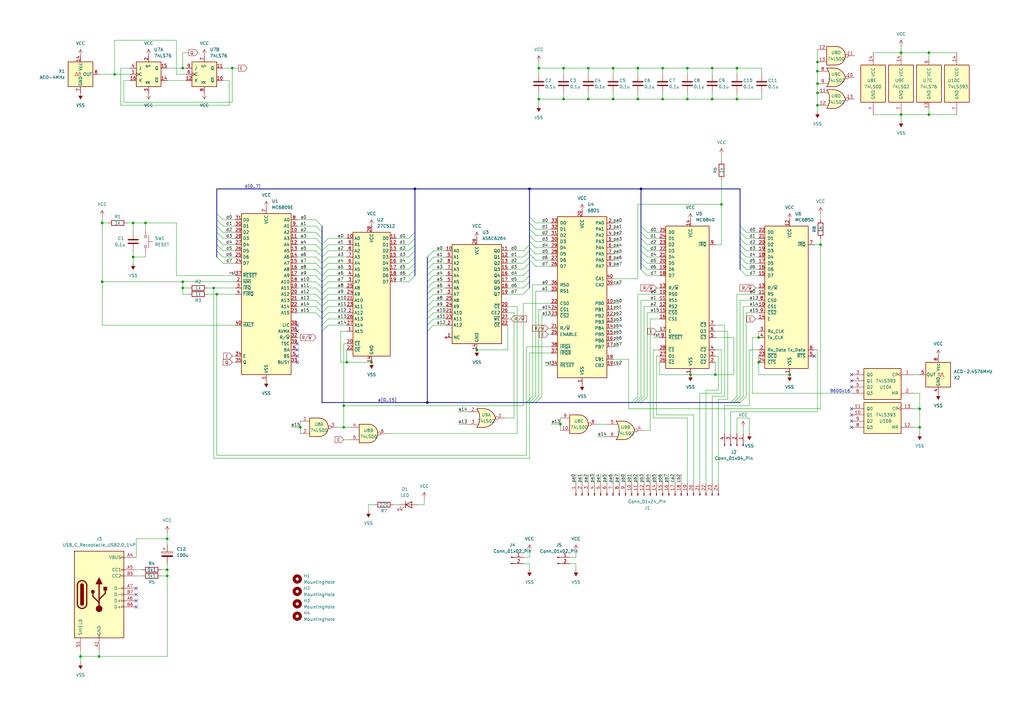
<source format=kicad_sch>
(kicad_sch (version 20231120) (generator "eeschema") (generator_version "8.0")
  (paper "A3")
  (title_block (title "MP09AGT") (date "2024-02-25") (rev "0.1"))
  (lib_symbols
    (symbol "74xx:74LS00" (pin_names (offset 1.016))
      (property "Reference" "U" (at 0 1.27 0))
      (property "Value" "74LS00" (at 0 -1.27 0))
      (symbol "74LS00_1_1"
        (pin input line (at -7.62 2.54 0) (length 3.81) (name "~") (number "1"))
        (pin input line (at -7.62 -2.54 0) (length 3.81) (name "~") (number "2"))
        (pin output inverted (at 7.62 0 180) (length 3.81) (name "~") (number "3"))
      )
      (symbol "74LS00_1_2"
        (pin input inverted (at -7.62 2.54 0) (length 4.318) (name "~") (number "1"))
        (pin input inverted (at -7.62 -2.54 0) (length 4.318) (name "~") (number "2"))
        (pin output line (at 7.62 0 180) (length 3.81) (name "~") (number "3"))
      )
      (symbol "74LS00_2_1"
        (pin input line (at -7.62 2.54 0) (length 3.81) (name "~") (number "4"))
        (pin input line (at -7.62 -2.54 0) (length 3.81) (name "~") (number "5"))
        (pin output inverted (at 7.62 0 180) (length 3.81) (name "~") (number "6"))
      )
      (symbol "74LS00_2_2"
        (pin input inverted (at -7.62 2.54 0) (length 4.318) (name "~") (number "4"))
        (pin input inverted (at -7.62 -2.54 0) (length 4.318) (name "~") (number "5"))
        (pin output line (at 7.62 0 180) (length 3.81) (name "~") (number "6"))
      )
      (symbol "74LS00_3_1"
        (pin input line (at -7.62 -2.54 0) (length 3.81) (name "~") (number "10"))
        (pin output inverted (at 7.62 0 180) (length 3.81) (name "~") (number "8"))
        (pin input line (at -7.62 2.54 0) (length 3.81) (name "~") (number "9"))
      )
      (symbol "74LS00_3_2"
        (pin input inverted (at -7.62 -2.54 0) (length 4.318) (name "~") (number "10"))
        (pin output line (at 7.62 0 180) (length 3.81) (name "~") (number "8"))
        (pin input inverted (at -7.62 2.54 0) (length 4.318) (name "~") (number "9"))
      )
      (symbol "74LS00_4_1"
        (pin output inverted (at 7.62 0 180) (length 3.81) (name "~") (number "11"))
        (pin input line (at -7.62 2.54 0) (length 3.81) (name "~") (number "12"))
        (pin input line (at -7.62 -2.54 0) (length 3.81) (name "~") (number "13"))
      )
      (symbol "74LS00_4_2"
        (pin output line (at 7.62 0 180) (length 3.81) (name "~") (number "11"))
        (pin input inverted (at -7.62 2.54 0) (length 4.318) (name "~") (number "12"))
        (pin input inverted (at -7.62 -2.54 0) (length 4.318) (name "~") (number "13"))
      )
      (symbol "74LS00_5_0"
        (pin power_in line (at 0 12.7 270) (length 5.08) (name "VCC") (number "14"))
        (pin power_in line (at 0 -12.7 90) (length 5.08) (name "GND") (number "7"))
      )
    )
    (symbol "74xx:74LS02" (pin_names (offset 1.016))
      (property "Reference" "U" (at 0 1.27 0))
      (property "Value" "74LS02" (at 0 -1.27 0))
      (symbol "74LS02_1_1"
        (pin output inverted (at 7.62 0 180) (length 3.81) (name "~") (number "1"))
        (pin input line (at -7.62 2.54 0) (length 4.318) (name "~") (number "2"))
        (pin input line (at -7.62 -2.54 0) (length 4.318) (name "~") (number "3"))
      )
      (symbol "74LS02_1_2"
        (pin output line (at 7.62 0 180) (length 3.81) (name "~") (number "1"))
        (pin input inverted (at -7.62 2.54 0) (length 3.81) (name "~") (number "2"))
        (pin input inverted (at -7.62 -2.54 0) (length 3.81) (name "~") (number "3"))
      )
      (symbol "74LS02_2_1"
        (pin output inverted (at 7.62 0 180) (length 3.81) (name "~") (number "4"))
        (pin input line (at -7.62 2.54 0) (length 4.318) (name "~") (number "5"))
        (pin input line (at -7.62 -2.54 0) (length 4.318) (name "~") (number "6"))
      )
      (symbol "74LS02_2_2"
        (pin output line (at 7.62 0 180) (length 3.81) (name "~") (number "4"))
        (pin input inverted (at -7.62 2.54 0) (length 3.81) (name "~") (number "5"))
        (pin input inverted (at -7.62 -2.54 0) (length 3.81) (name "~") (number "6"))
      )
      (symbol "74LS02_3_1"
        (pin output inverted (at 7.62 0 180) (length 3.81) (name "~") (number "10"))
        (pin input line (at -7.62 2.54 0) (length 4.318) (name "~") (number "8"))
        (pin input line (at -7.62 -2.54 0) (length 4.318) (name "~") (number "9"))
      )
      (symbol "74LS02_3_2"
        (pin output line (at 7.62 0 180) (length 3.81) (name "~") (number "10"))
        (pin input inverted (at -7.62 2.54 0) (length 3.81) (name "~") (number "8"))
        (pin input inverted (at -7.62 -2.54 0) (length 3.81) (name "~") (number "9"))
      )
      (symbol "74LS02_4_1"
        (pin input line (at -7.62 2.54 0) (length 4.318) (name "~") (number "11"))
        (pin input line (at -7.62 -2.54 0) (length 4.318) (name "~") (number "12"))
        (pin output inverted (at 7.62 0 180) (length 3.81) (name "~") (number "13"))
      )
      (symbol "74LS02_4_2"
        (pin input inverted (at -7.62 2.54 0) (length 3.81) (name "~") (number "11"))
        (pin input inverted (at -7.62 -2.54 0) (length 3.81) (name "~") (number "12"))
        (pin output line (at 7.62 0 180) (length 3.81) (name "~") (number "13"))
      )
      (symbol "74LS02_5_0"
        (pin power_in line (at 0 12.7 270) (length 5.08) (name "VCC") (number "14"))
        (pin power_in line (at 0 -12.7 90) (length 5.08) (name "GND") (number "7"))
      )
    )
    (symbol "74xx:74LS393" (pin_names (offset 1.016))
      (property "Reference" "U" (at -7.62 8.89 0))
      (property "Value" "74LS393" (at -7.62 -8.89 0))
      (symbol "74LS393_1_0"
        (pin input clock (at -12.7 2.54 0) (length 5.08) (name "CP") (number "1"))
        (pin input line (at -12.7 -5.08 0) (length 5.08) (name "MR") (number "2"))
        (pin output line (at 12.7 2.54 180) (length 5.08) (name "Q0") (number "3"))
        (pin output line (at 12.7 0 180) (length 5.08) (name "Q1") (number "4"))
        (pin output line (at 12.7 -2.54 180) (length 5.08) (name "Q2") (number "5"))
        (pin output line (at 12.7 -5.08 180) (length 5.08) (name "Q3") (number "6"))
      )
      (symbol "74LS393_2_0"
        (pin output line (at 12.7 0 180) (length 5.08) (name "Q1") (number "10"))
        (pin output line (at 12.7 2.54 180) (length 5.08) (name "Q0") (number "11"))
        (pin input line (at -12.7 -5.08 0) (length 5.08) (name "MR") (number "12"))
        (pin input clock (at -12.7 2.54 0) (length 5.08) (name "CP") (number "13"))
        (pin output line (at 12.7 -5.08 180) (length 5.08) (name "Q3") (number "8"))
        (pin output line (at 12.7 -2.54 180) (length 5.08) (name "Q2") (number "9"))
      )
      (symbol "74LS393_3_0"
        (pin power_in line (at 0 12.7 270) (length 5.08) (name "VCC") (number "14"))
        (pin power_in line (at 0 -12.7 90) (length 5.08) (name "GND") (number "7"))
      )
    )
    (symbol "74xx:74LS76" (pin_names (offset 1.016))
      (property "Reference" "U" (at -7.62 8.89 0))
      (property "Value" "74LS76" (at -7.62 -8.89 0))
      (symbol "74LS76_1_0"
        (pin input clock (at -7.62 0 0) (length 2.54) (name "C") (number "1"))
        (pin output line (at 7.62 -2.54 180) (length 2.54) (name "~{Q}") (number "14"))
        (pin output line (at 7.62 2.54 180) (length 2.54) (name "Q") (number "15"))
        (pin input line (at -7.62 -2.54 0) (length 2.54) (name "K") (number "16"))
        (pin input line (at 0 7.62 270) (length 2.54) (name "~{S}") (number "2"))
        (pin input line (at 0 -7.62 90) (length 2.54) (name "~{R}") (number "3"))
        (pin input line (at -7.62 2.54 0) (length 2.54) (name "J") (number "4"))
      )
      (symbol "74LS76_2_0"
        (pin output line (at 7.62 -2.54 180) (length 2.54) (name "~{Q}") (number "10"))
        (pin output line (at 7.62 2.54 180) (length 2.54) (name "Q") (number "11"))
        (pin input line (at -7.62 -2.54 0) (length 2.54) (name "K") (number "12"))
        (pin input clock (at -7.62 0 0) (length 2.54) (name "C") (number "6"))
        (pin input line (at 0 7.62 270) (length 2.54) (name "~{S}") (number "7"))
        (pin input line (at 0 -7.62 90) (length 2.54) (name "~{R}") (number "8"))
        (pin input line (at -7.62 2.54 0) (length 2.54) (name "J") (number "9"))
      )
      (symbol "74LS76_3_0"
        (pin power_in line (at 0 -10.16 90) (length 2.54) (name "GND") (number "13"))
        (pin power_in line (at 0 10.16 270) (length 2.54) (name "VCC") (number "5"))
      )
    )
    (symbol "ACO-xxxMHz_1" (pin_names (offset 0.254))
      (property "Reference" "X2" (at -6.35 -1.27 0))
      (property "Value" "ACO-xxxMHz" (at -6.35 1.27 0))
      (symbol "ACO-xxxMHz_1_1_1"
        (pin no_connect line (at -5.08 2.54 0) (length 2.54) hide (name "NC") (number "1"))
        (pin power_in line (at 0 -7.62 90) (length 2.54) (name "GND") (number "4"))
        (pin output line (at 7.62 0 180) (length 2.54) (name "OUT") (number "5"))
        (pin power_in line (at 0 7.62 270) (length 2.54) (name "Vcc") (number "8"))
      )
    )
    (symbol "CPU_NXP_6800:MC6809E"
      (property "Reference" "U" (at -7.62 34.544 0))
      (property "Value" "MC6809E" (at 10.16 34.544 0))
      (symbol "MC6809E_1_1"
        (pin power_in line (at 0 -35.56 90) (length 2.54) (name "VSS") (number "1"))
        (pin output line (at 12.7 25.4 180) (length 2.54) (name "A2") (number "10"))
        (pin output line (at 12.7 22.86 180) (length 2.54) (name "A3") (number "11"))
        (pin output line (at 12.7 20.32 180) (length 2.54) (name "A4") (number "12"))
        (pin output line (at 12.7 17.78 180) (length 2.54) (name "A5") (number "13"))
        (pin output line (at 12.7 15.24 180) (length 2.54) (name "A6") (number "14"))
        (pin output line (at 12.7 12.7 180) (length 2.54) (name "A7") (number "15"))
        (pin output line (at 12.7 10.16 180) (length 2.54) (name "A8") (number "16"))
        (pin output line (at 12.7 7.62 180) (length 2.54) (name "A9") (number "17"))
        (pin output line (at 12.7 5.08 180) (length 2.54) (name "A10") (number "18"))
        (pin output line (at 12.7 2.54 180) (length 2.54) (name "A11") (number "19"))
        (pin input line (at -12.7 5.08 0) (length 2.54) (name "~{NMI}") (number "2"))
        (pin output line (at 12.7 0 180) (length 2.54) (name "A12") (number "20"))
        (pin output line (at 12.7 -2.54 180) (length 2.54) (name "A13") (number "21"))
        (pin output line (at 12.7 -5.08 180) (length 2.54) (name "A14") (number "22"))
        (pin output line (at 12.7 -7.62 180) (length 2.54) (name "A15") (number "23"))
        (pin bidirectional line (at -12.7 12.7 0) (length 2.54) (name "D7") (number "24"))
        (pin bidirectional line (at -12.7 15.24 0) (length 2.54) (name "D6") (number "25"))
        (pin bidirectional line (at -12.7 17.78 0) (length 2.54) (name "D5") (number "26"))
        (pin bidirectional line (at -12.7 20.32 0) (length 2.54) (name "D4") (number "27"))
        (pin bidirectional line (at -12.7 22.86 0) (length 2.54) (name "D3") (number "28"))
        (pin bidirectional line (at -12.7 25.4 0) (length 2.54) (name "D2") (number "29"))
        (pin input line (at -12.7 2.54 0) (length 2.54) (name "~{IRQ}") (number "3"))
        (pin bidirectional line (at -12.7 27.94 0) (length 2.54) (name "D1") (number "30"))
        (pin bidirectional line (at -12.7 30.48 0) (length 2.54) (name "D0") (number "31"))
        (pin output line (at 12.7 -17.78 180) (length 2.54) (name "R/~{W}") (number "32"))
        (pin output line (at 12.7 -27.94 180) (length 2.54) (name "BUSY") (number "33"))
        (pin input line (at -12.7 -25.4 0) (length 2.54) (name "E") (number "34"))
        (pin input line (at -12.7 -27.94 0) (length 2.54) (name "Q") (number "35"))
        (pin output line (at 12.7 -15.24 180) (length 2.54) (name "AVMA") (number "36"))
        (pin input line (at -12.7 7.62 0) (length 2.54) (name "~{RESET}") (number "37"))
        (pin output line (at 12.7 -12.7 180) (length 2.54) (name "LIC") (number "38"))
        (pin output line (at 12.7 -20.32 180) (length 2.54) (name "TSC") (number "39"))
        (pin input line (at -12.7 0 0) (length 2.54) (name "~{FIRQ}") (number "4"))
        (pin input line (at -12.7 -12.7 0) (length 2.54) (name "~{HALT}") (number "40"))
        (pin output line (at 12.7 -25.4 180) (length 2.54) (name "BS") (number "5"))
        (pin output line (at 12.7 -22.86 180) (length 2.54) (name "BA") (number "6"))
        (pin power_in line (at 0 35.56 270) (length 2.54) (name "VCC") (number "7"))
        (pin output line (at 12.7 30.48 180) (length 2.54) (name "A0") (number "8"))
        (pin output line (at 12.7 27.94 180) (length 2.54) (name "A1") (number "9"))
      )
    )
    (symbol "Connector:Conn_01x02_Pin" (pin_names (offset 1.016) hide)
      (property "Reference" "J" (at 0 2.54 0))
      (property "Value" "Conn_01x02_Pin" (at 0 -5.08 0))
      (symbol "Conn_01x02_Pin_1_1"
        (pin passive line (at 5.08 0 180) (length 3.81) (name "Pin_1") (number "1"))
        (pin passive line (at 5.08 -2.54 180) (length 3.81) (name "Pin_2") (number "2"))
      )
    )
    (symbol "Connector:Conn_01x04_Pin" (pin_names (offset 1.016) hide)
      (property "Reference" "J" (at 0 5.08 0))
      (property "Value" "Conn_01x04_Pin" (at 0 -7.62 0))
      (symbol "Conn_01x04_Pin_1_1"
        (pin passive line (at 5.08 2.54 180) (length 3.81) (name "Pin_1") (number "1"))
        (pin passive line (at 5.08 0 180) (length 3.81) (name "Pin_2") (number "2"))
        (pin passive line (at 5.08 -2.54 180) (length 3.81) (name "Pin_3") (number "3"))
        (pin passive line (at 5.08 -5.08 180) (length 3.81) (name "Pin_4") (number "4"))
      )
    )
    (symbol "Connector:Conn_01x24_Pin" (pin_names (offset 1.016) hide)
      (property "Reference" "J" (at 0 30.48 0))
      (property "Value" "Conn_01x24_Pin" (at 0 -33.02 0))
      (symbol "Conn_01x24_Pin_1_1"
        (pin passive line (at 5.08 27.94 180) (length 3.81) (name "Pin_1") (number "1"))
        (pin passive line (at 5.08 5.08 180) (length 3.81) (name "Pin_10") (number "10"))
        (pin passive line (at 5.08 2.54 180) (length 3.81) (name "Pin_11") (number "11"))
        (pin passive line (at 5.08 0 180) (length 3.81) (name "Pin_12") (number "12"))
        (pin passive line (at 5.08 -2.54 180) (length 3.81) (name "Pin_13") (number "13"))
        (pin passive line (at 5.08 -5.08 180) (length 3.81) (name "Pin_14") (number "14"))
        (pin passive line (at 5.08 -7.62 180) (length 3.81) (name "Pin_15") (number "15"))
        (pin passive line (at 5.08 -10.16 180) (length 3.81) (name "Pin_16") (number "16"))
        (pin passive line (at 5.08 -12.7 180) (length 3.81) (name "Pin_17") (number "17"))
        (pin passive line (at 5.08 -15.24 180) (length 3.81) (name "Pin_18") (number "18"))
        (pin passive line (at 5.08 -17.78 180) (length 3.81) (name "Pin_19") (number "19"))
        (pin passive line (at 5.08 25.4 180) (length 3.81) (name "Pin_2") (number "2"))
        (pin passive line (at 5.08 -20.32 180) (length 3.81) (name "Pin_20") (number "20"))
        (pin passive line (at 5.08 -22.86 180) (length 3.81) (name "Pin_21") (number "21"))
        (pin passive line (at 5.08 -25.4 180) (length 3.81) (name "Pin_22") (number "22"))
        (pin passive line (at 5.08 -27.94 180) (length 3.81) (name "Pin_23") (number "23"))
        (pin passive line (at 5.08 -30.48 180) (length 3.81) (name "Pin_24") (number "24"))
        (pin passive line (at 5.08 22.86 180) (length 3.81) (name "Pin_3") (number "3"))
        (pin passive line (at 5.08 20.32 180) (length 3.81) (name "Pin_4") (number "4"))
        (pin passive line (at 5.08 17.78 180) (length 3.81) (name "Pin_5") (number "5"))
        (pin passive line (at 5.08 15.24 180) (length 3.81) (name "Pin_6") (number "6"))
        (pin passive line (at 5.08 12.7 180) (length 3.81) (name "Pin_7") (number "7"))
        (pin passive line (at 5.08 10.16 180) (length 3.81) (name "Pin_8") (number "8"))
        (pin passive line (at 5.08 7.62 180) (length 3.81) (name "Pin_9") (number "9"))
      )
    )
    (symbol "Connector:USB_C_Receptacle_USB2.0_14P" (pin_names (offset 1.016))
      (property "Reference" "J" (at 0 22.225 0))
      (property "Value" "USB_C_Receptacle_USB2.0_14P" (at 0 19.685 0))
      (symbol "USB_C_Receptacle_USB2.0_14P_1_1"
        (pin passive line (at 0 -22.86 90) (length 5.08) (name "GND") (number "A1"))
        (pin passive line (at 0 -22.86 90) (length 5.08) hide (name "GND") (number "A12"))
        (pin passive line (at 15.24 15.24 180) (length 5.08) (name "VBUS") (number "A4"))
        (pin bidirectional line (at 15.24 10.16 180) (length 5.08) (name "CC1") (number "A5"))
        (pin bidirectional line (at 15.24 -2.54 180) (length 5.08) (name "D+") (number "A6"))
        (pin bidirectional line (at 15.24 2.54 180) (length 5.08) (name "D-") (number "A7"))
        (pin passive line (at 15.24 15.24 180) (length 5.08) hide (name "VBUS") (number "A9"))
        (pin passive line (at 0 -22.86 90) (length 5.08) hide (name "GND") (number "B1"))
        (pin passive line (at 0 -22.86 90) (length 5.08) hide (name "GND") (number "B12"))
        (pin passive line (at 15.24 15.24 180) (length 5.08) hide (name "VBUS") (number "B4"))
        (pin bidirectional line (at 15.24 7.62 180) (length 5.08) (name "CC2") (number "B5"))
        (pin bidirectional line (at 15.24 -5.08 180) (length 5.08) (name "D+") (number "B6"))
        (pin bidirectional line (at 15.24 0 180) (length 5.08) (name "D-") (number "B7"))
        (pin passive line (at 15.24 15.24 180) (length 5.08) hide (name "VBUS") (number "B9"))
        (pin passive line (at -7.62 -22.86 90) (length 5.08) (name "SHIELD") (number "S1"))
      )
    )
    (symbol "Device:C" (pin_numbers hide) (pin_names (offset 0.254))
      (property "Reference" "C" (at 0.635 2.54 0))
      (property "Value" "C" (at 0.635 -2.54 0))
      (symbol "C_1_1"
        (pin passive line (at 0 3.81 270) (length 2.794) (name "~") (number "1"))
        (pin passive line (at 0 -3.81 90) (length 2.794) (name "~") (number "2"))
      )
    )
    (symbol "Device:C_Polarized" (pin_numbers hide) (pin_names (offset 0.254))
      (property "Reference" "C" (at 0.635 2.54 0))
      (property "Value" "C_Polarized" (at 0.635 -2.54 0))
      (symbol "C_Polarized_1_1"
        (pin passive line (at 0 3.81 270) (length 2.794) (name "~") (number "1"))
        (pin passive line (at 0 -3.81 90) (length 2.794) (name "~") (number "2"))
      )
    )
    (symbol "Device:LED" (pin_numbers hide) (pin_names (offset 1.016) hide)
      (property "Reference" "D" (at 0 2.54 0))
      (property "Value" "LED" (at 0 -2.54 0))
      (symbol "LED_1_1"
        (pin passive line (at -3.81 0 0) (length 2.54) (name "K") (number "1"))
        (pin passive line (at 3.81 0 180) (length 2.54) (name "A") (number "2"))
      )
    )
    (symbol "Device:R" (pin_numbers hide) (pin_names (offset 0))
      (property "Reference" "R" (at 2.032 0 90))
      (property "Value" "R" (at 0 0 90))
      (symbol "R_1_1"
        (pin passive line (at 0 3.81 270) (length 1.27) (name "~") (number "1"))
        (pin passive line (at 0 -3.81 90) (length 1.27) (name "~") (number "2"))
      )
    )
    (symbol "Interface:6821" (pin_names (offset 1.016))
      (property "Reference" "U" (at -7.62 34.29 0))
      (property "Value" "6821" (at 10.16 34.29 0))
      (symbol "6821_1_1"
        (pin power_in line (at 0 -35.56 90) (length 2.54) (name "VSS") (number "1"))
        (pin bidirectional line (at 12.7 -2.54 180) (length 2.54) (name "PB0") (number "10"))
        (pin bidirectional line (at 12.7 -5.08 180) (length 2.54) (name "PB1") (number "11"))
        (pin bidirectional line (at 12.7 -7.62 180) (length 2.54) (name "PB2") (number "12"))
        (pin bidirectional line (at 12.7 -10.16 180) (length 2.54) (name "PB3") (number "13"))
        (pin bidirectional line (at 12.7 -12.7 180) (length 2.54) (name "PB4") (number "14"))
        (pin bidirectional line (at 12.7 -15.24 180) (length 2.54) (name "PB5") (number "15"))
        (pin bidirectional line (at 12.7 -17.78 180) (length 2.54) (name "PB6") (number "16"))
        (pin bidirectional line (at 12.7 -20.32 180) (length 2.54) (name "PB7") (number "17"))
        (pin input line (at 12.7 -25.4 180) (length 2.54) (name "CB1") (number "18"))
        (pin bidirectional line (at 12.7 -27.94 180) (length 2.54) (name "CB2") (number "19"))
        (pin bidirectional line (at 12.7 30.48 180) (length 2.54) (name "PA0") (number "2"))
        (pin power_in line (at 0 35.56 270) (length 2.54) (name "VCC") (number "20"))
        (pin input line (at -12.7 -12.7 0) (length 2.54) (name "R/~{W}") (number "21"))
        (pin input line (at -12.7 -2.54 0) (length 2.54) (name "CS0") (number "22"))
        (pin input line (at -12.7 -7.62 0) (length 2.54) (name "~{CS2}") (number "23"))
        (pin input line (at -12.7 -5.08 0) (length 2.54) (name "CS1") (number "24"))
        (pin input line (at -12.7 -15.24 0) (length 2.54) (name "ENABLE") (number "25"))
        (pin bidirectional line (at -12.7 12.7 0) (length 2.54) (name "D7") (number "26"))
        (pin bidirectional line (at -12.7 15.24 0) (length 2.54) (name "D6") (number "27"))
        (pin bidirectional line (at -12.7 17.78 0) (length 2.54) (name "D5") (number "28"))
        (pin bidirectional line (at -12.7 20.32 0) (length 2.54) (name "D4") (number "29"))
        (pin bidirectional line (at 12.7 27.94 180) (length 2.54) (name "PA1") (number "3"))
        (pin bidirectional line (at -12.7 22.86 0) (length 2.54) (name "D3") (number "30"))
        (pin bidirectional line (at -12.7 25.4 0) (length 2.54) (name "D2") (number "31"))
        (pin bidirectional line (at -12.7 27.94 0) (length 2.54) (name "D1") (number "32"))
        (pin bidirectional line (at -12.7 30.48 0) (length 2.54) (name "D0") (number "33"))
        (pin input line (at -12.7 -27.94 0) (length 2.54) (name "~{RESET}") (number "34"))
        (pin input line (at -12.7 2.54 0) (length 2.54) (name "RS1") (number "35"))
        (pin input line (at -12.7 5.08 0) (length 2.54) (name "RS0") (number "36"))
        (pin open_collector line (at -12.7 -22.86 0) (length 2.54) (name "~{IRQB}") (number "37"))
        (pin open_collector line (at -12.7 -20.32 0) (length 2.54) (name "~{IRQA}") (number "38"))
        (pin bidirectional line (at 12.7 5.08 180) (length 2.54) (name "CA2") (number "39"))
        (pin bidirectional line (at 12.7 25.4 180) (length 2.54) (name "PA2") (number "4"))
        (pin input line (at 12.7 7.62 180) (length 2.54) (name "CA1") (number "40"))
        (pin bidirectional line (at 12.7 22.86 180) (length 2.54) (name "PA3") (number "5"))
        (pin bidirectional line (at 12.7 20.32 180) (length 2.54) (name "PA4") (number "6"))
        (pin bidirectional line (at 12.7 17.78 180) (length 2.54) (name "PA5") (number "7"))
        (pin bidirectional line (at 12.7 15.24 180) (length 2.54) (name "PA6") (number "8"))
        (pin bidirectional line (at 12.7 12.7 180) (length 2.54) (name "PA7") (number "9"))
      )
    )
    (symbol "Interface_UART:MC6850" (pin_names (offset 1.016))
      (property "Reference" "U6" (at 2.1941 35.56 0))
      (property "Value" "MC6850" (at 2.1941 33.02 0))
      (symbol "MC6850_1_1"
        (pin power_in line (at 0 -30.48 90) (length 2.54) (name "VSS") (number "1"))
        (pin input line (at -12.7 -2.54 0) (length 2.54) (name "CS1") (number "10"))
        (pin input line (at -12.7 2.54 0) (length 2.54) (name "RS") (number "11"))
        (pin power_in line (at 0 33.02 270) (length 2.54) (name "VCC") (number "12"))
        (pin input line (at -12.7 5.08 0) (length 2.54) (name "R/~{W}") (number "13"))
        (pin input line (at -12.7 -7.62 0) (length 2.54) (name "E") (number "14"))
        (pin bidirectional line (at -12.7 10.16 0) (length 2.54) (name "D7") (number "15"))
        (pin bidirectional line (at -12.7 12.7 0) (length 2.54) (name "D6") (number "16"))
        (pin bidirectional line (at -12.7 15.24 0) (length 2.54) (name "D5") (number "17"))
        (pin bidirectional line (at -12.7 17.78 0) (length 2.54) (name "D4") (number "18"))
        (pin bidirectional line (at -12.7 20.32 0) (length 2.54) (name "D3") (number "19"))
        (pin input line (at -12.7 -20.32 0) (length 2.54) (name "Rx_Data") (number "2"))
        (pin bidirectional line (at -12.7 22.86 0) (length 2.54) (name "D2") (number "20"))
        (pin bidirectional line (at -12.7 25.4 0) (length 2.54) (name "D1") (number "21"))
        (pin bidirectional line (at -12.7 27.94 0) (length 2.54) (name "D0") (number "22"))
        (pin input line (at -12.7 -22.86 0) (length 2.54) (name "~{DCD}") (number "23"))
        (pin input line (at -12.7 -25.4 0) (length 2.54) (name "~{CTS}") (number "24"))
        (pin input line (at -12.7 -12.7 0) (length 2.54) (name "Rx_CLK") (number "3"))
        (pin input line (at -12.7 -15.24 0) (length 2.54) (name "Tx_CLK") (number "4"))
        (pin output line (at 10.16 -22.86 180) (length 2.54) (name "~{RTS}") (number "5"))
        (pin output line (at 10.16 -20.32 180) (length 2.54) (name "Tx_Data") (number "6"))
        (pin output line (at 10.16 22.86 180) (length 2.54) (name "~{IRQ}") (number "7"))
        (pin input line (at -12.7 0 0) (length 2.54) (name "CS0") (number "8"))
        (pin input line (at -12.7 -5.08 0) (length 2.54) (name "~{CS2}") (number "9"))
      )
    )
    (symbol "MC6850_1" (pin_names (offset 1.016))
      (property "Reference" "U5" (at 2.1941 35.56 0))
      (property "Value" "MC6840" (at 2.1941 33.02 0))
      (symbol "MC6850_1_1_0"
        (pin input line (at 10.16 -20.32 180) (length 2.54) (name "~{C2}") (number "4"))
        (pin input line (at 10.16 -15.24 180) (length 2.54) (name "~{G3}") (number "5"))
        (pin output line (at 10.16 -12.7 180) (length 2.54) (name "O3") (number "6"))
        (pin input line (at 10.16 -10.16 180) (length 2.54) (name "~{C3}") (number "7"))
      )
      (symbol "MC6850_1_1_1"
        (pin power_in line (at 0 -30.48 90) (length 2.54) (name "VSS") (number "1"))
        (pin input line (at -12.7 2.54 0) (length 2.54) (name "RS0") (number "10"))
        (pin input line (at -12.7 0 0) (length 2.54) (name "RS1") (number "11"))
        (pin input line (at -12.7 -2.54 0) (length 2.54) (name "RS2") (number "12"))
        (pin input line (at -12.7 5.08 0) (length 2.54) (name "R/~{W}") (number "13"))
        (pin power_in line (at 0 33.02 270) (length 2.54) (name "VCC") (number "14"))
        (pin input line (at -12.7 -5.08 0) (length 2.54) (name "~{CS0}") (number "15"))
        (pin input line (at -12.7 -7.62 0) (length 2.54) (name "CS1") (number "16"))
        (pin input line (at -12.7 -12.7 0) (length 2.54) (name "E") (number "17"))
        (pin bidirectional line (at -12.7 10.16 0) (length 2.54) (name "D7") (number "18"))
        (pin bidirectional line (at -12.7 12.7 0) (length 2.54) (name "D6") (number "19"))
        (pin input line (at 10.16 -25.4 180) (length 2.54) (name "~{G2}") (number "2"))
        (pin bidirectional line (at -12.7 15.24 0) (length 2.54) (name "D5") (number "20"))
        (pin bidirectional line (at -12.7 17.78 0) (length 2.54) (name "D4") (number "21"))
        (pin bidirectional line (at -12.7 20.32 0) (length 2.54) (name "D3") (number "22"))
        (pin bidirectional line (at -12.7 22.86 0) (length 2.54) (name "D2") (number "23"))
        (pin bidirectional line (at -12.7 25.4 0) (length 2.54) (name "D1") (number "24"))
        (pin bidirectional line (at -12.7 27.94 0) (length 2.54) (name "D0") (number "25"))
        (pin input line (at -12.7 -25.4 0) (length 2.54) (name "~{G1}") (number "26"))
        (pin output line (at -12.7 -22.86 0) (length 2.54) (name "O1") (number "27"))
        (pin input line (at -12.7 -20.32 0) (length 2.54) (name "~{C1}") (number "28"))
        (pin output line (at 10.16 -22.86 180) (length 2.54) (name "O2") (number "3"))
        (pin input line (at -12.7 -15.24 0) (length 2.54) (name "~{RESET}") (number "8"))
        (pin output line (at 10.16 22.86 180) (length 2.54) (name "~{IRQ}") (number "9"))
      )
    )
    (symbol "Mechanical:MountingHole" (pin_names (offset 1.016))
      (property "Reference" "H" (at 0 5.08 0))
      (property "Value" "MountingHole" (at 0 3.175 0))
    )
    (symbol "Memory_EPROM:27C512"
      (property "Reference" "U" (at -7.62 26.67 0))
      (property "Value" "27C512" (at 2.54 -26.67 0))
      (symbol "27C512_1_1"
        (pin input line (at -10.16 -15.24 0) (length 2.54) (name "A15") (number "1"))
        (pin input line (at -10.16 22.86 0) (length 2.54) (name "A0") (number "10"))
        (pin tri_state line (at 10.16 22.86 180) (length 2.54) (name "D0") (number "11"))
        (pin tri_state line (at 10.16 20.32 180) (length 2.54) (name "D1") (number "12"))
        (pin tri_state line (at 10.16 17.78 180) (length 2.54) (name "D2") (number "13"))
        (pin power_in line (at 0 -27.94 90) (length 2.54) (name "GND") (number "14"))
        (pin tri_state line (at 10.16 15.24 180) (length 2.54) (name "D3") (number "15"))
        (pin tri_state line (at 10.16 12.7 180) (length 2.54) (name "D4") (number "16"))
        (pin tri_state line (at 10.16 10.16 180) (length 2.54) (name "D5") (number "17"))
        (pin tri_state line (at 10.16 7.62 180) (length 2.54) (name "D6") (number "18"))
        (pin tri_state line (at 10.16 5.08 180) (length 2.54) (name "D7") (number "19"))
        (pin input line (at -10.16 -7.62 0) (length 2.54) (name "A12") (number "2"))
        (pin input line (at -10.16 -20.32 0) (length 2.54) (name "~{CE}") (number "20"))
        (pin input line (at -10.16 -2.54 0) (length 2.54) (name "A10") (number "21"))
        (pin input line (at -10.16 -22.86 0) (length 2.54) (name "~{OE}") (number "22"))
        (pin input line (at -10.16 -5.08 0) (length 2.54) (name "A11") (number "23"))
        (pin input line (at -10.16 0 0) (length 2.54) (name "A9") (number "24"))
        (pin input line (at -10.16 2.54 0) (length 2.54) (name "A8") (number "25"))
        (pin input line (at -10.16 -10.16 0) (length 2.54) (name "A13") (number "26"))
        (pin input line (at -10.16 -12.7 0) (length 2.54) (name "A14") (number "27"))
        (pin power_in line (at 0 27.94 270) (length 2.54) (name "VCC") (number "28"))
        (pin input line (at -10.16 5.08 0) (length 2.54) (name "A7") (number "3"))
        (pin input line (at -10.16 7.62 0) (length 2.54) (name "A6") (number "4"))
        (pin input line (at -10.16 10.16 0) (length 2.54) (name "A5") (number "5"))
        (pin input line (at -10.16 12.7 0) (length 2.54) (name "A4") (number "6"))
        (pin input line (at -10.16 15.24 0) (length 2.54) (name "A3") (number "7"))
        (pin input line (at -10.16 17.78 0) (length 2.54) (name "A2") (number "8"))
        (pin input line (at -10.16 20.32 0) (length 2.54) (name "A1") (number "9"))
      )
    )
    (symbol "Memory_RAM:KM62256CLP"
      (property "Reference" "U3" (at 2.1941 25.4 0))
      (property "Value" "AS6C6264" (at 2.1941 22.86 0))
      (symbol "KM62256CLP_0_0"
        (pin power_in line (at 0 -22.86 90) (length 2.54) (name "GND") (number "14"))
        (pin power_in line (at 0 22.86 270) (length 2.54) (name "VCC") (number "28"))
      )
      (symbol "KM62256CLP_1_1"
        (pin no_connect line (at -12.7 -17.78 0) (length 2.54) (name "NC") (number "1"))
        (pin input line (at -12.7 17.78 0) (length 2.54) (name "A0") (number "10"))
        (pin tri_state line (at 12.7 17.78 180) (length 2.54) (name "Q0") (number "11"))
        (pin tri_state line (at 12.7 15.24 180) (length 2.54) (name "Q1") (number "12"))
        (pin tri_state line (at 12.7 12.7 180) (length 2.54) (name "Q2") (number "13"))
        (pin tri_state line (at 12.7 10.16 180) (length 2.54) (name "Q3") (number "15"))
        (pin tri_state line (at 12.7 7.62 180) (length 2.54) (name "Q4") (number "16"))
        (pin tri_state line (at 12.7 5.08 180) (length 2.54) (name "Q5") (number "17"))
        (pin tri_state line (at 12.7 2.54 180) (length 2.54) (name "Q6") (number "18"))
        (pin tri_state line (at 12.7 0 180) (length 2.54) (name "Q7") (number "19"))
        (pin input line (at -12.7 -12.7 0) (length 2.54) (name "A12") (number "2"))
        (pin input line (at 12.7 -5.08 180) (length 2.54) (name "~{CE}") (number "20"))
        (pin input line (at -12.7 -7.62 0) (length 2.54) (name "A10") (number "21"))
        (pin input line (at 12.7 -12.7 180) (length 2.54) (name "~{OE}") (number "22"))
        (pin input line (at -12.7 -10.16 0) (length 2.54) (name "A11") (number "23"))
        (pin input line (at -12.7 -5.08 0) (length 2.54) (name "A9") (number "24"))
        (pin input line (at -12.7 -2.54 0) (length 2.54) (name "A8") (number "25"))
        (pin input line (at 12.7 -7.62 180) (length 2.54) (name "CE2") (number "26"))
        (pin input line (at 12.7 -10.16 180) (length 2.54) (name "~{WE}") (number "27"))
        (pin input line (at -12.7 0 0) (length 2.54) (name "A7") (number "3"))
        (pin input line (at -12.7 2.54 0) (length 2.54) (name "A6") (number "4"))
        (pin input line (at -12.7 5.08 0) (length 2.54) (name "A5") (number "5"))
        (pin input line (at -12.7 7.62 0) (length 2.54) (name "A4") (number "6"))
        (pin input line (at -12.7 10.16 0) (length 2.54) (name "A3") (number "7"))
        (pin input line (at -12.7 12.7 0) (length 2.54) (name "A2") (number "8"))
        (pin input line (at -12.7 15.24 0) (length 2.54) (name "A1") (number "9"))
      )
    )
    (symbol "Oscillator:ACO-xxxMHz" (pin_names (offset 0.254))
      (property "Reference" "X" (at -5.08 6.35 0))
      (property "Value" "ACO-xxxMHz" (at 1.27 -6.35 0))
      (symbol "ACO-xxxMHz_1_1"
        (pin no_connect line (at -5.08 2.54 0) (length 2.54) hide (name "NC") (number "1"))
        (pin power_in line (at 0 7.62 270) (length 2.54) (name "Vcc") (number "14"))
        (pin power_in line (at 0 -7.62 90) (length 2.54) (name "GND") (number "7"))
        (pin output line (at 7.62 0 180) (length 2.54) (name "OUT") (number "8"))
      )
    )
    (symbol "Switch:SW_Push" (pin_numbers hide) (pin_names (offset 1.016) hide)
      (property "Reference" "SW" (at 1.27 2.54 0))
      (property "Value" "SW_Push" (at 0 -1.524 0))
      (symbol "SW_Push_0_1"
        (pin passive line (at -5.08 0 0) (length 2.54) (name "1") (number "1"))
        (pin passive line (at 5.08 0 180) (length 2.54) (name "2") (number "2"))
      )
    )
    (symbol "power:VCC" (power) (pin_names (offset 0))
      (property "Value" "VCC" (at 0 3.81 0))
      (symbol "VCC_1_1"
        (pin power_in line (at 0 0 90) (length 0) hide (name "VCC") (number "1"))
      )
    )
    (symbol "power:VSS" (power) (pin_names (offset 0))
      (property "Value" "VSS" (at 0 3.81 0))
      (symbol "VSS_1_1"
        (pin power_in line (at 0 0 90) (length 0) hide (name "VSS") (number "1"))
      )
    )
  )
  (junction (at 335.28 29.21))
  (junction (at 54.61 91.44))
  (junction (at 377.19 167.64))
  (junction (at 88.9 120.65))
  (junction (at 261.62 27.94))
  (junction (at 74.93 115.57))
  (junction (at 33.02 269.24))
  (junction (at 271.78 40.64))
  (junction (at 231.14 27.94))
  (junction (at 251.46 27.94))
  (junction (at 292.1 27.94))
  (junction (at 311.15 138.43))
  (junction (at 311.15 148.59))
  (junction (at 335.28 25.4))
  (junction (at 369.57 46.99))
  (junction (at 123.19 175.26))
  (junction (at 381 46.99))
  (junction (at 293.37 153.67))
  (junction (at 68.58 220.98))
  (junction (at 377.19 175.26))
  (junction (at 281.94 40.64))
  (junction (at 335.28 34.29))
  (junction (at 271.78 27.94))
  (junction (at 281.94 27.94))
  (junction (at 261.62 40.64))
  (junction (at 152.4 148.59))
  (junction (at 262.89 77.47))
  (junction (at 251.46 40.64))
  (junction (at 220.98 27.94))
  (junction (at 381 21.59))
  (junction (at 217.17 77.47))
  (junction (at 74.93 27.94))
  (junction (at 41.91 115.57))
  (junction (at 68.58 236.22))
  (junction (at 41.91 91.44))
  (junction (at 68.58 233.68))
  (junction (at 140.97 166.37))
  (junction (at 229.87 173.99))
  (junction (at 369.57 21.59))
  (junction (at 283.21 153.67))
  (junction (at 175.26 165.1))
  (junction (at 46.99 30.48))
  (junction (at 302.26 27.94))
  (junction (at 220.98 40.64))
  (junction (at 95.25 27.94))
  (junction (at 59.69 91.44))
  (junction (at 295.91 83.82))
  (junction (at 231.14 40.64))
  (junction (at 335.28 38.1))
  (junction (at 54.61 105.41))
  (junction (at 74.93 118.11))
  (junction (at 241.3 40.64))
  (junction (at 170.18 77.47))
  (junction (at 323.85 153.67))
  (junction (at 87.63 118.11))
  (junction (at 302.26 40.64))
  (junction (at 40.64 269.24))
  (junction (at 292.1 40.64))
  (junction (at 142.24 148.59))
  (junction (at 335.28 43.18))
  (junction (at 241.3 27.94))
  (junction (at 195.58 143.51))
  (junction (at 140.97 175.26))
  (junction (at 336.55 100.33))
  (no_connect (at 349.25 156.21))
  (no_connect (at 334.01 146.05))
  (no_connect (at 55.88 246.38))
  (no_connect (at 121.92 148.59))
  (no_connect (at 55.88 248.92))
  (no_connect (at 349.25 175.26))
  (no_connect (at 121.92 133.35))
  (no_connect (at 349.25 167.64))
  (no_connect (at 121.92 143.51))
  (no_connect (at 349.25 172.72))
  (no_connect (at 349.25 158.75))
  (no_connect (at 349.25 170.18))
  (no_connect (at 55.88 243.84))
  (no_connect (at 121.92 146.05))
  (no_connect (at 349.25 153.67))
  (no_connect (at 121.92 135.89))
  (no_connect (at 121.92 140.97))
  (no_connect (at 55.88 241.3))
  (bus_entry (at 214.63 120.65) (size 2.54 -2.54))
  (bus_entry (at 262.89 92.71) (size 2.54 2.54))
  (bus_entry (at 177.8 118.11) (size -2.54 2.54))
  (bus_entry (at 167.64 115.57) (size 2.54 -2.54))
  (bus_entry (at 167.64 105.41) (size 2.54 -2.54))
  (bus_entry (at 214.63 105.41) (size 2.54 -2.54))
  (bus_entry (at 134.62 120.65) (size -2.54 2.54))
  (bus_entry (at 217.17 91.44) (size 2.54 2.54))
  (bus_entry (at 261.62 165.1) (size 2.54 -2.54))
  (bus_entry (at 134.62 115.57) (size -2.54 2.54))
  (bus_entry (at 217.17 101.6) (size 2.54 2.54))
  (bus_entry (at 167.64 97.79) (size 2.54 -2.54))
  (bus_entry (at 129.54 95.25) (size 2.54 2.54))
  (bus_entry (at 134.62 130.81) (size -2.54 2.54))
  (bus_entry (at 129.54 105.41) (size 2.54 2.54))
  (bus_entry (at 134.62 102.87) (size -2.54 2.54))
  (bus_entry (at 134.62 113.03) (size -2.54 2.54))
  (bus_entry (at 214.63 113.03) (size 2.54 -2.54))
  (bus_entry (at 129.54 128.27) (size 2.54 2.54))
  (bus_entry (at 129.54 90.17) (size 2.54 2.54))
  (bus_entry (at 167.64 107.95) (size 2.54 -2.54))
  (bus_entry (at 177.8 128.27) (size -2.54 2.54))
  (bus_entry (at 214.63 107.95) (size 2.54 -2.54))
  (bus_entry (at 299.72 165.1) (size 2.54 -2.54))
  (bus_entry (at 129.54 102.87) (size 2.54 2.54))
  (bus_entry (at 219.71 165.1) (size 2.54 -2.54))
  (bus_entry (at 303.53 165.1) (size 2.54 -2.54))
  (bus_entry (at 303.53 97.79) (size 2.54 2.54))
  (bus_entry (at 167.64 102.87) (size 2.54 -2.54))
  (bus_entry (at 129.54 92.71) (size 2.54 2.54))
  (bus_entry (at 177.8 133.35) (size -2.54 2.54))
  (bus_entry (at 303.53 107.95) (size 2.54 2.54))
  (bus_entry (at 177.8 113.03) (size -2.54 2.54))
  (bus_entry (at 217.17 104.14) (size 2.54 2.54))
  (bus_entry (at 262.89 110.49) (size 2.54 2.54))
  (bus_entry (at 303.53 105.41) (size 2.54 2.54))
  (bus_entry (at 303.53 102.87) (size 2.54 2.54))
  (bus_entry (at 129.54 120.65) (size 2.54 2.54))
  (bus_entry (at 214.63 110.49) (size 2.54 -2.54))
  (bus_entry (at 303.53 100.33) (size 2.54 2.54))
  (bus_entry (at 129.54 125.73) (size 2.54 2.54))
  (bus_entry (at 167.64 100.33) (size 2.54 -2.54))
  (bus_entry (at 262.89 165.1) (size 2.54 -2.54))
  (bus_entry (at 177.8 125.73) (size -2.54 2.54))
  (bus_entry (at 134.62 118.11) (size -2.54 2.54))
  (bus_entry (at 217.17 93.98) (size 2.54 2.54))
  (bus_entry (at 214.63 118.11) (size 2.54 -2.54))
  (bus_entry (at 167.64 110.49) (size 2.54 -2.54))
  (bus_entry (at 129.54 118.11) (size 2.54 2.54))
  (bus_entry (at 134.62 97.79) (size -2.54 2.54))
  (bus_entry (at 214.63 102.87) (size 2.54 -2.54))
  (bus_entry (at 91.44 105.41) (size -2.54 -2.54))
  (bus_entry (at 129.54 107.95) (size 2.54 2.54))
  (bus_entry (at 302.26 165.1) (size 2.54 -2.54))
  (bus_entry (at 259.08 165.1) (size 2.54 -2.54))
  (bus_entry (at 177.8 115.57) (size -2.54 2.54))
  (bus_entry (at 134.62 123.19) (size -2.54 2.54))
  (bus_entry (at 134.62 125.73) (size -2.54 2.54))
  (bus_entry (at 218.44 165.1) (size 2.54 -2.54))
  (bus_entry (at 262.89 100.33) (size 2.54 2.54))
  (bus_entry (at 177.8 107.95) (size -2.54 2.54))
  (bus_entry (at 262.89 97.79) (size 2.54 2.54))
  (bus_entry (at 262.89 107.95) (size 2.54 2.54))
  (bus_entry (at 91.44 92.71) (size -2.54 -2.54))
  (bus_entry (at 217.17 88.9) (size 2.54 2.54))
  (bus_entry (at 260.35 165.1) (size 2.54 -2.54))
  (bus_entry (at 215.9 165.1) (size 2.54 -2.54))
  (bus_entry (at 217.17 96.52) (size 2.54 2.54))
  (bus_entry (at 177.8 130.81) (size -2.54 2.54))
  (bus_entry (at 129.54 123.19) (size 2.54 2.54))
  (bus_entry (at 91.44 97.79) (size -2.54 -2.54))
  (bus_entry (at 303.53 110.49) (size 2.54 2.54))
  (bus_entry (at 217.17 99.06) (size 2.54 2.54))
  (bus_entry (at 91.44 102.87) (size -2.54 -2.54))
  (bus_entry (at 129.54 100.33) (size 2.54 2.54))
  (bus_entry (at 262.89 105.41) (size 2.54 2.54))
  (bus_entry (at 134.62 128.27) (size -2.54 2.54))
  (bus_entry (at 262.89 95.25) (size 2.54 2.54))
  (bus_entry (at 91.44 90.17) (size -2.54 -2.54))
  (bus_entry (at 167.64 113.03) (size 2.54 -2.54))
  (bus_entry (at 177.8 110.49) (size -2.54 2.54))
  (bus_entry (at 214.63 115.57) (size 2.54 -2.54))
  (bus_entry (at 91.44 95.25) (size -2.54 -2.54))
  (bus_entry (at 177.8 123.19) (size -2.54 2.54))
  (bus_entry (at 134.62 100.33) (size -2.54 2.54))
  (bus_entry (at 129.54 97.79) (size 2.54 2.54))
  (bus_entry (at 129.54 113.03) (size 2.54 2.54))
  (bus_entry (at 177.8 120.65) (size -2.54 2.54))
  (bus_entry (at 262.89 102.87) (size 2.54 2.54))
  (bus_entry (at 129.54 115.57) (size 2.54 2.54))
  (bus_entry (at 300.99 165.1) (size 2.54 -2.54))
  (bus_entry (at 177.8 102.87) (size -2.54 2.54))
  (bus_entry (at 134.62 133.35) (size -2.54 2.54))
  (bus_entry (at 217.17 106.68) (size 2.54 2.54))
  (bus_entry (at 129.54 110.49) (size 2.54 2.54))
  (bus_entry (at 303.53 95.25) (size 2.54 2.54))
  (bus_entry (at 134.62 107.95) (size -2.54 2.54))
  (bus_entry (at 303.53 92.71) (size 2.54 2.54))
  (bus_entry (at 177.8 105.41) (size -2.54 2.54))
  (bus_entry (at 91.44 100.33) (size -2.54 -2.54))
  (bus_entry (at 134.62 110.49) (size -2.54 2.54))
  (bus_entry (at 217.17 165.1) (size 2.54 -2.54))
  (bus_entry (at 134.62 105.41) (size -2.54 2.54))
  (bus_entry (at 91.44 107.95) (size -2.54 -2.54))
  (bus (pts (xy 261.62 165.1) (xy 262.89 165.1)))
  (wire (pts (xy 271.78 27.94) (xy 281.94 27.94)))
  (wire (pts (xy 306.07 128.27) (xy 311.15 128.27)))
  (wire (pts (xy 284.48 170.18) (xy 284.48 198.12)))
  (bus (pts (xy 170.18 95.25) (xy 170.18 97.79)))
  (wire (pts (xy 91.44 107.95) (xy 96.52 107.95)))
  (bus (pts (xy 88.9 95.25) (xy 88.9 92.71)))
  (wire (pts (xy 177.8 107.95) (xy 182.88 107.95)))
  (bus (pts (xy 88.9 105.41) (xy 88.9 102.87)))
  (wire (pts (xy 162.56 102.87) (xy 167.64 102.87)))
  (bus (pts (xy 175.26 105.41) (xy 175.26 107.95)))
  (wire (pts (xy 276.86 194.31) (xy 276.86 198.12)))
  (wire (pts (xy 96.52 133.35) (xy 41.91 133.35)))
  (bus (pts (xy 175.26 125.73) (xy 175.26 128.27)))
  (wire (pts (xy 214.63 124.46) (xy 226.06 124.46)))
  (bus (pts (xy 303.53 97.79) (xy 303.53 100.33)))
  (bus (pts (xy 175.26 165.1) (xy 215.9 165.1)))
  (wire (pts (xy 229.87 173.99) (xy 229.87 176.53)))
  (wire (pts (xy 162.56 115.57) (xy 167.64 115.57)))
  (wire (pts (xy 295.91 63.5) (xy 295.91 66.04)))
  (wire (pts (xy 306.07 105.41) (xy 311.15 105.41)))
  (wire (pts (xy 87.63 118.11) (xy 96.52 118.11)))
  (wire (pts (xy 134.62 113.03) (xy 142.24 113.03)))
  (wire (pts (xy 293.37 100.33) (xy 295.91 100.33)))
  (wire (pts (xy 303.53 162.56) (xy 303.53 123.19)))
  (wire (pts (xy 40.64 269.24) (xy 68.58 269.24)))
  (wire (pts (xy 257.81 147.32) (xy 251.46 147.32)))
  (wire (pts (xy 259.08 198.12) (xy 259.08 194.31)))
  (wire (pts (xy 251.46 27.94) (xy 251.46 30.48)))
  (bus (pts (xy 132.08 105.41) (xy 132.08 107.95)))
  (wire (pts (xy 134.62 107.95) (xy 142.24 107.95)))
  (wire (pts (xy 293.37 138.43) (xy 300.99 138.43)))
  (bus (pts (xy 217.17 100.33) (xy 217.17 101.6)))
  (wire (pts (xy 300.99 153.67) (xy 293.37 153.67)))
  (wire (pts (xy 49.53 27.94) (xy 49.53 43.18)))
  (wire (pts (xy 238.76 194.31) (xy 238.76 198.12)))
  (wire (pts (xy 41.91 115.57) (xy 41.91 91.44)))
  (wire (pts (xy 374.65 153.67) (xy 377.19 153.67)))
  (wire (pts (xy 224.79 137.16) (xy 226.06 137.16)))
  (bus (pts (xy 132.08 125.73) (xy 132.08 128.27)))
  (bus (pts (xy 262.89 102.87) (xy 262.89 105.41)))
  (wire (pts (xy 220.98 127) (xy 226.06 127)))
  (wire (pts (xy 295.91 83.82) (xy 261.62 83.82)))
  (bus (pts (xy 217.17 165.1) (xy 218.44 165.1)))
  (wire (pts (xy 270.51 146.05) (xy 269.24 146.05)))
  (wire (pts (xy 134.62 130.81) (xy 142.24 130.81)))
  (wire (pts (xy 214.63 124.46) (xy 214.63 166.37)))
  (wire (pts (xy 96.52 115.57) (xy 74.93 115.57)))
  (bus (pts (xy 170.18 97.79) (xy 170.18 100.33)))
  (wire (pts (xy 246.38 198.12) (xy 246.38 194.31)))
  (bus (pts (xy 175.26 130.81) (xy 175.26 133.35)))
  (wire (pts (xy 369.57 19.05) (xy 369.57 21.59)))
  (wire (pts (xy 254 198.12) (xy 254 194.31)))
  (wire (pts (xy 264.16 176.53) (xy 266.7 176.53)))
  (wire (pts (xy 251.46 137.16) (xy 254 137.16)))
  (bus (pts (xy 88.9 92.71) (xy 88.9 90.17)))
  (wire (pts (xy 95.25 27.94) (xy 95.25 41.91)))
  (wire (pts (xy 297.18 133.35) (xy 297.18 162.56)))
  (wire (pts (xy 381 44.45) (xy 381 46.99)))
  (wire (pts (xy 208.28 102.87) (xy 214.63 102.87)))
  (wire (pts (xy 251.46 124.46) (xy 254 124.46)))
  (wire (pts (xy 219.71 109.22) (xy 226.06 109.22)))
  (wire (pts (xy 261.62 40.64) (xy 271.78 40.64)))
  (wire (pts (xy 218.44 162.56) (xy 218.44 116.84)))
  (wire (pts (xy 219.71 99.06) (xy 226.06 99.06)))
  (wire (pts (xy 270.51 143.51) (xy 267.97 143.51)))
  (wire (pts (xy 270.51 153.67) (xy 283.21 153.67)))
  (wire (pts (xy 217.17 165.1) (xy 217.17 187.96)))
  (bus (pts (xy 175.26 133.35) (xy 175.26 135.89)))
  (bus (pts (xy 132.08 115.57) (xy 132.08 118.11)))
  (wire (pts (xy 208.28 125.73) (xy 212.09 125.73)))
  (wire (pts (xy 377.19 167.64) (xy 377.19 175.26)))
  (wire (pts (xy 236.22 226.06) (xy 236.22 228.6)))
  (wire (pts (xy 241.3 27.94) (xy 251.46 27.94)))
  (wire (pts (xy 74.93 27.94) (xy 76.2 27.94)))
  (wire (pts (xy 91.44 95.25) (xy 96.52 95.25)))
  (wire (pts (xy 74.93 118.11) (xy 77.47 118.11)))
  (wire (pts (xy 264.16 125.73) (xy 264.16 162.56)))
  (wire (pts (xy 91.44 92.71) (xy 96.52 92.71)))
  (wire (pts (xy 68.58 220.98) (xy 68.58 223.52)))
  (wire (pts (xy 243.84 194.31) (xy 243.84 198.12)))
  (wire (pts (xy 139.7 135.89) (xy 139.7 148.59)))
  (wire (pts (xy 208.28 128.27) (xy 210.82 128.27)))
  (wire (pts (xy 381 46.99) (xy 392.43 46.99)))
  (wire (pts (xy 292.1 27.94) (xy 292.1 30.48)))
  (bus (pts (xy 175.26 113.03) (xy 175.26 115.57)))
  (wire (pts (xy 271.78 27.94) (xy 271.78 30.48)))
  (wire (pts (xy 134.62 102.87) (xy 142.24 102.87)))
  (wire (pts (xy 208.28 110.49) (xy 214.63 110.49)))
  (wire (pts (xy 295.91 100.33) (xy 295.91 83.82)))
  (wire (pts (xy 271.78 198.12) (xy 271.78 194.31)))
  (wire (pts (xy 219.71 104.14) (xy 226.06 104.14)))
  (wire (pts (xy 231.14 27.94) (xy 231.14 30.48)))
  (bus (pts (xy 132.08 110.49) (xy 132.08 113.03)))
  (bus (pts (xy 88.9 97.79) (xy 88.9 95.25)))
  (wire (pts (xy 265.43 107.95) (xy 270.51 107.95)))
  (wire (pts (xy 208.28 118.11) (xy 214.63 118.11)))
  (wire (pts (xy 139.7 148.59) (xy 142.24 148.59)))
  (bus (pts (xy 259.08 165.1) (xy 260.35 165.1)))
  (wire (pts (xy 74.93 21.59) (xy 74.93 27.94)))
  (wire (pts (xy 271.78 38.1) (xy 271.78 40.64)))
  (wire (pts (xy 251.46 99.06) (xy 254 99.06)))
  (wire (pts (xy 220.98 30.48) (xy 220.98 27.94)))
  (wire (pts (xy 281.94 27.94) (xy 292.1 27.94)))
  (bus (pts (xy 132.08 102.87) (xy 132.08 105.41)))
  (wire (pts (xy 293.37 143.51) (xy 295.91 143.51)))
  (wire (pts (xy 50.8 41.91) (xy 50.8 33.02)))
  (wire (pts (xy 266.7 130.81) (xy 270.51 130.81)))
  (bus (pts (xy 175.26 110.49) (xy 175.26 113.03)))
  (wire (pts (xy 292.1 40.64) (xy 302.26 40.64)))
  (wire (pts (xy 177.8 133.35) (xy 182.88 133.35)))
  (wire (pts (xy 222.25 162.56) (xy 222.25 129.54)))
  (wire (pts (xy 68.58 33.02) (xy 76.2 33.02)))
  (wire (pts (xy 248.92 198.12) (xy 248.92 194.31)))
  (wire (pts (xy 134.62 105.41) (xy 142.24 105.41)))
  (wire (pts (xy 233.68 228.6) (xy 236.22 228.6)))
  (wire (pts (xy 40.64 266.7) (xy 40.64 269.24)))
  (wire (pts (xy 40.64 30.48) (xy 46.99 30.48)))
  (wire (pts (xy 262.89 123.19) (xy 270.51 123.19)))
  (bus (pts (xy 303.53 92.71) (xy 303.53 95.25)))
  (wire (pts (xy 52.07 91.44) (xy 54.61 91.44)))
  (bus (pts (xy 217.17 105.41) (xy 217.17 106.68)))
  (wire (pts (xy 265.43 105.41) (xy 270.51 105.41)))
  (wire (pts (xy 297.18 162.56) (xy 292.1 162.56)))
  (wire (pts (xy 74.93 118.11) (xy 74.93 120.65)))
  (wire (pts (xy 241.3 194.31) (xy 241.3 198.12)))
  (wire (pts (xy 266.7 198.12) (xy 266.7 194.31)))
  (wire (pts (xy 302.26 27.94) (xy 312.42 27.94)))
  (wire (pts (xy 59.69 104.14) (xy 59.69 105.41)))
  (wire (pts (xy 241.3 27.94) (xy 241.3 30.48)))
  (wire (pts (xy 226.06 144.78) (xy 217.17 144.78)))
  (wire (pts (xy 293.37 135.89) (xy 298.45 135.89)))
  (wire (pts (xy 292.1 27.94) (xy 302.26 27.94)))
  (wire (pts (xy 265.43 113.03) (xy 270.51 113.03)))
  (wire (pts (xy 220.98 40.64) (xy 220.98 43.18)))
  (bus (pts (xy 132.08 165.1) (xy 175.26 165.1)))
  (wire (pts (xy 55.88 220.98) (xy 68.58 220.98)))
  (wire (pts (xy 271.78 40.64) (xy 281.94 40.64)))
  (wire (pts (xy 281.94 38.1) (xy 281.94 40.64)))
  (wire (pts (xy 251.46 109.22) (xy 254 109.22)))
  (wire (pts (xy 302.26 40.64) (xy 312.42 40.64)))
  (wire (pts (xy 377.19 175.26) (xy 377.19 177.8)))
  (bus (pts (xy 217.17 106.68) (xy 217.17 107.95)))
  (wire (pts (xy 308.61 161.29) (xy 349.25 161.29)))
  (bus (pts (xy 303.53 77.47) (xy 303.53 92.71)))
  (wire (pts (xy 123.19 177.8) (xy 123.19 175.26)))
  (wire (pts (xy 335.28 45.72) (xy 335.28 43.18)))
  (wire (pts (xy 334.01 143.51) (xy 335.28 143.51)))
  (wire (pts (xy 299.72 168.91) (xy 299.72 177.8)))
  (wire (pts (xy 217.17 144.78) (xy 217.17 165.1)))
  (wire (pts (xy 142.24 143.51) (xy 142.24 148.59)))
  (wire (pts (xy 68.58 218.44) (xy 68.58 220.98)))
  (wire (pts (xy 162.56 110.49) (xy 167.64 110.49)))
  (wire (pts (xy 134.62 120.65) (xy 142.24 120.65)))
  (wire (pts (xy 140.97 166.37) (xy 140.97 175.26)))
  (wire (pts (xy 231.14 38.1) (xy 231.14 40.64)))
  (wire (pts (xy 295.91 143.51) (xy 295.91 161.29)))
  (wire (pts (xy 251.46 93.98) (xy 254 93.98)))
  (wire (pts (xy 121.92 107.95) (xy 129.54 107.95)))
  (wire (pts (xy 121.92 138.43) (xy 123.19 138.43)))
  (wire (pts (xy 251.46 27.94) (xy 261.62 27.94)))
  (wire (pts (xy 251.46 101.6) (xy 254 101.6)))
  (wire (pts (xy 251.46 91.44) (xy 254 91.44)))
  (wire (pts (xy 257.81 167.64) (xy 257.81 147.32)))
  (bus (pts (xy 175.26 120.65) (xy 175.26 123.19)))
  (wire (pts (xy 311.15 148.59) (xy 311.15 153.67)))
  (wire (pts (xy 261.62 198.12) (xy 261.62 194.31)))
  (bus (pts (xy 175.26 128.27) (xy 175.26 130.81)))
  (bus (pts (xy 303.53 95.25) (xy 303.53 97.79)))
  (wire (pts (xy 123.19 172.72) (xy 123.19 175.26)))
  (bus (pts (xy 132.08 113.03) (xy 132.08 115.57)))
  (wire (pts (xy 251.46 96.52) (xy 254 96.52)))
  (bus (pts (xy 132.08 107.95) (xy 132.08 110.49)))
  (wire (pts (xy 261.62 162.56) (xy 261.62 120.65)))
  (wire (pts (xy 121.92 90.17) (xy 129.54 90.17)))
  (wire (pts (xy 85.09 120.65) (xy 88.9 120.65)))
  (wire (pts (xy 54.61 105.41) (xy 54.61 107.95)))
  (wire (pts (xy 251.46 129.54) (xy 254 129.54)))
  (wire (pts (xy 121.92 97.79) (xy 129.54 97.79)))
  (wire (pts (xy 208.28 143.51) (xy 195.58 143.51)))
  (bus (pts (xy 218.44 165.1) (xy 219.71 165.1)))
  (wire (pts (xy 72.39 16.51) (xy 46.99 16.51)))
  (wire (pts (xy 207.01 171.45) (xy 210.82 171.45)))
  (bus (pts (xy 170.18 77.47) (xy 217.17 77.47)))
  (wire (pts (xy 219.71 101.6) (xy 226.06 101.6)))
  (wire (pts (xy 261.62 27.94) (xy 261.62 30.48)))
  (wire (pts (xy 142.24 135.89) (xy 139.7 135.89)))
  (bus (pts (xy 217.17 110.49) (xy 217.17 113.03)))
  (bus (pts (xy 217.17 104.14) (xy 217.17 105.41)))
  (wire (pts (xy 215.9 165.1) (xy 215.9 186.69)))
  (wire (pts (xy 269.24 135.89) (xy 270.51 135.89)))
  (wire (pts (xy 68.58 233.68) (xy 68.58 236.22)))
  (bus (pts (xy 170.18 100.33) (xy 170.18 102.87)))
  (wire (pts (xy 251.46 132.08) (xy 254 132.08)))
  (wire (pts (xy 251.46 139.7) (xy 254 139.7)))
  (wire (pts (xy 177.8 102.87) (xy 182.88 102.87)))
  (wire (pts (xy 177.8 123.19) (xy 182.88 123.19)))
  (wire (pts (xy 289.56 160.02) (xy 289.56 198.12)))
  (wire (pts (xy 306.07 113.03) (xy 311.15 113.03)))
  (wire (pts (xy 245.11 173.99) (xy 248.92 173.99)))
  (wire (pts (xy 134.62 115.57) (xy 142.24 115.57)))
  (wire (pts (xy 220.98 127) (xy 220.98 162.56)))
  (wire (pts (xy 279.4 194.31) (xy 279.4 198.12)))
  (wire (pts (xy 251.46 106.68) (xy 254 106.68)))
  (wire (pts (xy 53.34 27.94) (xy 49.53 27.94)))
  (wire (pts (xy 134.62 100.33) (xy 142.24 100.33)))
  (wire (pts (xy 72.39 91.44) (xy 72.39 113.03)))
  (wire (pts (xy 95.25 148.59) (xy 96.52 148.59)))
  (wire (pts (xy 219.71 91.44) (xy 226.06 91.44)))
  (wire (pts (xy 336.55 167.64) (xy 257.81 167.64)))
  (wire (pts (xy 95.25 41.91) (xy 50.8 41.91)))
  (wire (pts (xy 177.8 113.03) (xy 182.88 113.03)))
  (wire (pts (xy 335.28 168.91) (xy 335.28 143.51)))
  (wire (pts (xy 187.96 168.91) (xy 191.77 168.91)))
  (wire (pts (xy 251.46 134.62) (xy 254 134.62)))
  (wire (pts (xy 46.99 30.48) (xy 53.34 30.48)))
  (wire (pts (xy 251.46 40.64) (xy 261.62 40.64)))
  (bus (pts (xy 132.08 118.11) (xy 132.08 120.65)))
  (wire (pts (xy 381 21.59) (xy 392.43 21.59)))
  (wire (pts (xy 208.28 107.95) (xy 214.63 107.95)))
  (wire (pts (xy 134.62 128.27) (xy 142.24 128.27)))
  (wire (pts (xy 269.24 118.11) (xy 270.51 118.11)))
  (bus (pts (xy 132.08 120.65) (xy 132.08 123.19)))
  (wire (pts (xy 265.43 95.25) (xy 270.51 95.25)))
  (wire (pts (xy 369.57 46.99) (xy 381 46.99)))
  (wire (pts (xy 91.44 102.87) (xy 96.52 102.87)))
  (wire (pts (xy 226.06 173.99) (xy 229.87 173.99)))
  (wire (pts (xy 358.14 46.99) (xy 369.57 46.99)))
  (wire (pts (xy 220.98 38.1) (xy 220.98 40.64)))
  (wire (pts (xy 41.91 133.35) (xy 41.91 115.57)))
  (bus (pts (xy 217.17 102.87) (xy 217.17 104.14)))
  (wire (pts (xy 177.8 130.81) (xy 182.88 130.81)))
  (bus (pts (xy 217.17 101.6) (xy 217.17 102.87)))
  (wire (pts (xy 153.67 207.01) (xy 151.13 207.01)))
  (wire (pts (xy 374.65 167.64) (xy 377.19 167.64)))
  (bus (pts (xy 132.08 123.19) (xy 132.08 125.73)))
  (wire (pts (xy 138.43 175.26) (xy 140.97 175.26)))
  (wire (pts (xy 358.14 21.59) (xy 369.57 21.59)))
  (wire (pts (xy 74.93 115.57) (xy 41.91 115.57)))
  (wire (pts (xy 304.8 125.73) (xy 311.15 125.73)))
  (wire (pts (xy 241.3 40.64) (xy 251.46 40.64)))
  (bus (pts (xy 303.53 105.41) (xy 303.53 107.95)))
  (bus (pts (xy 132.08 97.79) (xy 132.08 100.33)))
  (wire (pts (xy 293.37 148.59) (xy 293.37 153.67)))
  (wire (pts (xy 251.46 38.1) (xy 251.46 40.64)))
  (wire (pts (xy 294.64 160.02) (xy 294.64 146.05)))
  (wire (pts (xy 177.8 118.11) (xy 182.88 118.11)))
  (wire (pts (xy 256.54 198.12) (xy 256.54 194.31)))
  (wire (pts (xy 88.9 186.69) (xy 88.9 120.65)))
  (bus (pts (xy 175.26 118.11) (xy 175.26 120.65)))
  (wire (pts (xy 93.98 43.18) (xy 93.98 33.02)))
  (wire (pts (xy 208.28 130.81) (xy 209.55 130.81)))
  (wire (pts (xy 294.64 146.05) (xy 293.37 146.05)))
  (wire (pts (xy 269.24 170.18) (xy 284.48 170.18)))
  (wire (pts (xy 302.26 38.1) (xy 302.26 40.64)))
  (wire (pts (xy 374.65 161.29) (xy 377.19 161.29)))
  (bus (pts (xy 262.89 107.95) (xy 262.89 110.49)))
  (wire (pts (xy 161.29 207.01) (xy 163.83 207.01)))
  (wire (pts (xy 219.71 119.38) (xy 226.06 119.38)))
  (bus (pts (xy 217.17 115.57) (xy 217.17 118.11)))
  (wire (pts (xy 261.62 38.1) (xy 261.62 40.64)))
  (wire (pts (xy 217.17 187.96) (xy 87.63 187.96)))
  (bus (pts (xy 217.17 113.03) (xy 217.17 115.57)))
  (wire (pts (xy 210.82 128.27) (xy 210.82 171.45)))
  (bus (pts (xy 88.9 77.47) (xy 170.18 77.47)))
  (wire (pts (xy 134.62 118.11) (xy 142.24 118.11)))
  (wire (pts (xy 88.9 120.65) (xy 96.52 120.65)))
  (wire (pts (xy 265.43 110.49) (xy 270.51 110.49)))
  (wire (pts (xy 55.88 228.6) (xy 55.88 220.98)))
  (wire (pts (xy 236.22 233.68) (xy 236.22 231.14)))
  (wire (pts (xy 229.87 171.45) (xy 229.87 173.99)))
  (wire (pts (xy 231.14 40.64) (xy 241.3 40.64)))
  (wire (pts (xy 219.71 96.52) (xy 226.06 96.52)))
  (wire (pts (xy 295.91 73.66) (xy 295.91 83.82)))
  (bus (pts (xy 170.18 110.49) (xy 170.18 113.03)))
  (wire (pts (xy 187.96 173.99) (xy 191.77 173.99)))
  (bus (pts (xy 217.17 77.47) (xy 262.89 77.47)))
  (wire (pts (xy 295.91 161.29) (xy 287.02 161.29)))
  (bus (pts (xy 132.08 135.89) (xy 132.08 165.1)))
  (wire (pts (xy 306.07 95.25) (xy 311.15 95.25)))
  (wire (pts (xy 302.26 27.94) (xy 302.26 30.48)))
  (wire (pts (xy 142.24 148.59) (xy 152.4 148.59)))
  (wire (pts (xy 369.57 21.59) (xy 381 21.59)))
  (wire (pts (xy 59.69 93.98) (xy 59.69 91.44)))
  (wire (pts (xy 95.25 146.05) (xy 96.52 146.05)))
  (wire (pts (xy 223.52 149.86) (xy 226.06 149.86)))
  (wire (pts (xy 369.57 46.99) (xy 369.57 49.53)))
  (wire (pts (xy 162.56 97.79) (xy 167.64 97.79)))
  (wire (pts (xy 33.02 269.24) (xy 40.64 269.24)))
  (wire (pts (xy 335.28 20.32) (xy 335.28 25.4)))
  (wire (pts (xy 121.92 100.33) (xy 129.54 100.33)))
  (wire (pts (xy 336.55 87.63) (xy 336.55 90.17)))
  (wire (pts (xy 335.28 34.29) (xy 335.28 38.1)))
  (wire (pts (xy 292.1 38.1) (xy 292.1 40.64)))
  (wire (pts (xy 33.02 266.7) (xy 33.02 269.24)))
  (wire (pts (xy 140.97 175.26) (xy 143.51 175.26)))
  (wire (pts (xy 312.42 27.94) (xy 312.42 30.48)))
  (wire (pts (xy 77.47 120.65) (xy 74.93 120.65)))
  (wire (pts (xy 68.58 231.14) (xy 68.58 233.68)))
  (bus (pts (xy 262.89 97.79) (xy 262.89 100.33)))
  (wire (pts (xy 307.34 171.45) (xy 307.34 177.8)))
  (wire (pts (xy 377.19 161.29) (xy 377.19 167.64)))
  (bus (pts (xy 217.17 91.44) (xy 217.17 93.98)))
  (wire (pts (xy 208.28 133.35) (xy 208.28 143.51)))
  (bus (pts (xy 170.18 77.47) (xy 170.18 95.25)))
  (bus (pts (xy 217.17 96.52) (xy 217.17 99.06)))
  (wire (pts (xy 309.88 118.11) (xy 311.15 118.11)))
  (wire (pts (xy 245.11 179.07) (xy 248.92 179.07)))
  (bus (pts (xy 132.08 128.27) (xy 132.08 130.81)))
  (bus (pts (xy 132.08 95.25) (xy 132.08 97.79)))
  (wire (pts (xy 281.94 40.64) (xy 292.1 40.64)))
  (wire (pts (xy 54.61 102.87) (xy 54.61 105.41)))
  (wire (pts (xy 264.16 198.12) (xy 264.16 194.31)))
  (wire (pts (xy 274.32 198.12) (xy 274.32 194.31)))
  (wire (pts (xy 251.46 198.12) (xy 251.46 194.31)))
  (wire (pts (xy 54.61 91.44) (xy 59.69 91.44)))
  (bus (pts (xy 260.35 165.1) (xy 261.62 165.1)))
  (wire (pts (xy 55.88 233.68) (xy 58.42 233.68)))
  (bus (pts (xy 170.18 107.95) (xy 170.18 110.49)))
  (wire (pts (xy 121.92 118.11) (xy 129.54 118.11)))
  (wire (pts (xy 74.93 21.59) (xy 77.47 21.59)))
  (wire (pts (xy 302.26 171.45) (xy 307.34 171.45)))
  (wire (pts (xy 308.61 138.43) (xy 308.61 161.29)))
  (bus (pts (xy 262.89 77.47) (xy 262.89 92.71)))
  (wire (pts (xy 121.92 92.71) (xy 129.54 92.71)))
  (wire (pts (xy 214.63 228.6) (xy 217.17 228.6)))
  (wire (pts (xy 208.28 105.41) (xy 214.63 105.41)))
  (wire (pts (xy 121.92 105.41) (xy 129.54 105.41)))
  (bus (pts (xy 262.89 77.47) (xy 303.53 77.47)))
  (bus (pts (xy 215.9 165.1) (xy 217.17 165.1)))
  (wire (pts (xy 300.99 138.43) (xy 300.99 153.67)))
  (wire (pts (xy 162.56 107.95) (xy 167.64 107.95)))
  (wire (pts (xy 140.97 140.97) (xy 142.24 140.97)))
  (wire (pts (xy 50.8 33.02) (xy 53.34 33.02)))
  (wire (pts (xy 251.46 149.86) (xy 254 149.86)))
  (wire (pts (xy 231.14 27.94) (xy 241.3 27.94)))
  (bus (pts (xy 262.89 165.1) (xy 299.72 165.1)))
  (wire (pts (xy 119.38 175.26) (xy 123.19 175.26)))
  (bus (pts (xy 262.89 95.25) (xy 262.89 97.79)))
  (wire (pts (xy 76.2 30.48) (xy 72.39 30.48)))
  (wire (pts (xy 306.07 110.49) (xy 311.15 110.49)))
  (wire (pts (xy 293.37 133.35) (xy 297.18 133.35)))
  (bus (pts (xy 262.89 105.41) (xy 262.89 107.95)))
  (wire (pts (xy 91.44 97.79) (xy 96.52 97.79)))
  (wire (pts (xy 214.63 166.37) (xy 140.97 166.37)))
  (bus (pts (xy 262.89 100.33) (xy 262.89 102.87)))
  (wire (pts (xy 287.02 161.29) (xy 287.02 198.12)))
  (wire (pts (xy 265.43 102.87) (xy 270.51 102.87)))
  (wire (pts (xy 309.88 130.81) (xy 311.15 130.81)))
  (wire (pts (xy 44.45 91.44) (xy 41.91 91.44)))
  (wire (pts (xy 306.07 162.56) (xy 306.07 128.27)))
  (wire (pts (xy 270.51 148.59) (xy 270.51 153.67)))
  (bus (pts (xy 303.53 107.95) (xy 303.53 110.49)))
  (wire (pts (xy 91.44 90.17) (xy 96.52 90.17)))
  (wire (pts (xy 95.25 27.94) (xy 97.79 27.94)))
  (wire (pts (xy 261.62 120.65) (xy 270.51 120.65)))
  (wire (pts (xy 289.56 160.02) (xy 294.64 160.02)))
  (wire (pts (xy 298.45 163.83) (xy 298.45 135.89)))
  (wire (pts (xy 173.99 207.01) (xy 173.99 204.47)))
  (wire (pts (xy 251.46 104.14) (xy 254 104.14)))
  (wire (pts (xy 219.71 162.56) (xy 219.71 119.38)))
  (bus (pts (xy 217.17 88.9) (xy 217.17 91.44)))
  (wire (pts (xy 265.43 128.27) (xy 270.51 128.27)))
  (wire (pts (xy 297.18 166.37) (xy 297.18 177.8)))
  (wire (pts (xy 134.62 97.79) (xy 142.24 97.79)))
  (wire (pts (xy 151.13 207.01) (xy 151.13 209.55)))
  (bus (pts (xy 132.08 100.33) (xy 132.08 102.87)))
  (bus (pts (xy 302.26 165.1) (xy 303.53 165.1)))
  (wire (pts (xy 381 24.13) (xy 381 21.59)))
  (bus (pts (xy 217.17 107.95) (xy 217.17 110.49)))
  (wire (pts (xy 261.62 114.3) (xy 251.46 114.3)))
  (wire (pts (xy 306.07 107.95) (xy 311.15 107.95)))
  (wire (pts (xy 335.28 25.4) (xy 335.28 29.21)))
  (wire (pts (xy 267.97 171.45) (xy 281.94 171.45)))
  (bus (pts (xy 88.9 102.87) (xy 88.9 100.33)))
  (bus (pts (xy 132.08 130.81) (xy 132.08 133.35)))
  (wire (pts (xy 91.44 100.33) (xy 96.52 100.33)))
  (wire (pts (xy 306.07 102.87) (xy 311.15 102.87)))
  (wire (pts (xy 121.92 110.49) (xy 129.54 110.49)))
  (wire (pts (xy 140.97 140.97) (xy 140.97 166.37)))
  (wire (pts (xy 208.28 113.03) (xy 214.63 113.03)))
  (wire (pts (xy 220.98 25.4) (xy 220.98 27.94)))
  (wire (pts (xy 265.43 97.79) (xy 270.51 97.79)))
  (wire (pts (xy 134.62 123.19) (xy 142.24 123.19)))
  (wire (pts (xy 177.8 120.65) (xy 182.88 120.65)))
  (wire (pts (xy 121.92 115.57) (xy 129.54 115.57)))
  (wire (pts (xy 177.8 110.49) (xy 182.88 110.49)))
  (wire (pts (xy 269.24 146.05) (xy 269.24 170.18)))
  (wire (pts (xy 171.45 207.01) (xy 173.99 207.01)))
  (wire (pts (xy 297.18 166.37) (xy 307.34 166.37)))
  (bus (pts (xy 217.17 99.06) (xy 217.17 100.33)))
  (wire (pts (xy 266.7 176.53) (xy 266.7 130.81)))
  (wire (pts (xy 217.17 233.68) (xy 217.17 231.14)))
  (wire (pts (xy 224.79 134.62) (xy 226.06 134.62)))
  (bus (pts (xy 132.08 133.35) (xy 132.08 135.89)))
  (wire (pts (xy 303.53 123.19) (xy 311.15 123.19)))
  (wire (pts (xy 311.15 135.89) (xy 311.15 138.43)))
  (wire (pts (xy 312.42 38.1) (xy 312.42 40.64)))
  (wire (pts (xy 41.91 88.9) (xy 41.91 91.44)))
  (wire (pts (xy 68.58 236.22) (xy 68.58 269.24)))
  (wire (pts (xy 121.92 125.73) (xy 129.54 125.73)))
  (wire (pts (xy 177.8 115.57) (xy 182.88 115.57)))
  (wire (pts (xy 251.46 116.84) (xy 254 116.84)))
  (wire (pts (xy 177.8 125.73) (xy 182.88 125.73)))
  (wire (pts (xy 66.04 233.68) (xy 68.58 233.68)))
  (bus (pts (xy 175.26 115.57) (xy 175.26 118.11)))
  (wire (pts (xy 251.46 127) (xy 254 127)))
  (wire (pts (xy 66.04 236.22) (xy 68.58 236.22)))
  (wire (pts (xy 220.98 40.64) (xy 231.14 40.64)))
  (wire (pts (xy 251.46 142.24) (xy 254 142.24)))
  (wire (pts (xy 208.28 120.65) (xy 214.63 120.65)))
  (wire (pts (xy 236.22 231.14) (xy 233.68 231.14)))
  (wire (pts (xy 302.26 177.8) (xy 302.26 171.45)))
  (wire (pts (xy 134.62 110.49) (xy 142.24 110.49)))
  (bus (pts (xy 217.17 93.98) (xy 217.17 96.52)))
  (wire (pts (xy 269.24 198.12) (xy 269.24 194.31)))
  (wire (pts (xy 219.71 106.68) (xy 226.06 106.68)))
  (wire (pts (xy 307.34 143.51) (xy 307.34 166.37)))
  (bus (pts (xy 219.71 165.1) (xy 259.08 165.1)))
  (wire (pts (xy 215.9 186.69) (xy 88.9 186.69)))
  (bus (pts (xy 88.9 87.63) (xy 88.9 77.47)))
  (wire (pts (xy 134.62 125.73) (xy 142.24 125.73)))
  (wire (pts (xy 208.28 115.57) (xy 214.63 115.57)))
  (wire (pts (xy 49.53 43.18) (xy 93.98 43.18)))
  (wire (pts (xy 134.62 133.35) (xy 142.24 133.35)))
  (wire (pts (xy 281.94 27.94) (xy 281.94 30.48)))
  (wire (pts (xy 306.07 97.79) (xy 311.15 97.79)))
  (wire (pts (xy 121.92 102.87) (xy 129.54 102.87)))
  (bus (pts (xy 175.26 107.95) (xy 175.26 110.49)))
  (bus (pts (xy 303.53 102.87) (xy 303.53 105.41)))
  (wire (pts (xy 304.8 175.26) (xy 304.8 177.8)))
  (wire (pts (xy 299.72 168.91) (xy 335.28 168.91)))
  (wire (pts (xy 91.44 27.94) (xy 95.25 27.94)))
  (wire (pts (xy 33.02 269.24) (xy 33.02 271.78)))
  (bus (pts (xy 300.99 165.1) (xy 302.26 165.1)))
  (wire (pts (xy 335.28 29.21) (xy 335.28 34.29)))
  (wire (pts (xy 217.17 231.14) (xy 214.63 231.14)))
  (wire (pts (xy 121.92 113.03) (xy 129.54 113.03)))
  (wire (pts (xy 55.88 236.22) (xy 58.42 236.22)))
  (wire (pts (xy 226.06 142.24) (xy 215.9 142.24)))
  (wire (pts (xy 217.17 226.06) (xy 217.17 228.6)))
  (wire (pts (xy 264.16 125.73) (xy 270.51 125.73)))
  (wire (pts (xy 87.63 187.96) (xy 87.63 118.11)))
  (wire (pts (xy 292.1 162.56) (xy 292.1 198.12)))
  (wire (pts (xy 212.09 125.73) (xy 212.09 177.8)))
  (wire (pts (xy 294.64 163.83) (xy 298.45 163.83)))
  (wire (pts (xy 334.01 100.33) (xy 336.55 100.33)))
  (bus (pts (xy 132.08 92.71) (xy 132.08 95.25)))
  (wire (pts (xy 261.62 27.94) (xy 271.78 27.94)))
  (wire (pts (xy 219.71 93.98) (xy 226.06 93.98)))
  (bus (pts (xy 262.89 92.71) (xy 262.89 95.25)))
  (wire (pts (xy 212.09 177.8) (xy 158.75 177.8)))
  (wire (pts (xy 294.64 163.83) (xy 294.64 198.12)))
  (wire (pts (xy 220.98 27.94) (xy 231.14 27.94)))
  (wire (pts (xy 59.69 91.44) (xy 72.39 91.44)))
  (wire (pts (xy 335.28 38.1) (xy 335.28 43.18)))
  (wire (pts (xy 121.92 123.19) (xy 129.54 123.19)))
  (bus (pts (xy 170.18 105.41) (xy 170.18 107.95)))
  (wire (pts (xy 374.65 175.26) (xy 377.19 175.26)))
  (bus (pts (xy 88.9 90.17) (xy 88.9 87.63)))
  (wire (pts (xy 236.22 194.31) (xy 236.22 198.12)))
  (wire (pts (xy 302.26 120.65) (xy 311.15 120.65)))
  (wire (pts (xy 121.92 120.65) (xy 129.54 120.65)))
  (wire (pts (xy 267.97 143.51) (xy 267.97 171.45)))
  (wire (pts (xy 72.39 30.48) (xy 72.39 16.51)))
  (wire (pts (xy 336.55 100.33) (xy 336.55 167.64)))
  (wire (pts (xy 265.43 100.33) (xy 270.51 100.33)))
  (wire (pts (xy 267.97 138.43) (xy 270.51 138.43)))
  (wire (pts (xy 72.39 113.03) (xy 96.52 113.03)))
  (wire (pts (xy 121.92 128.27) (xy 129.54 128.27)))
  (wire (pts (xy 74.93 115.57) (xy 74.93 118.11)))
  (wire (pts (xy 336.55 97.79) (xy 336.55 100.33)))
  (wire (pts (xy 162.56 100.33) (xy 167.64 100.33)))
  (wire (pts (xy 46.99 16.51) (xy 46.99 30.48)))
  (wire (pts (xy 302.26 162.56) (xy 302.26 120.65)))
  (wire (pts (xy 177.8 105.41) (xy 182.88 105.41)))
  (wire (pts (xy 311.15 138.43) (xy 308.61 138.43)))
  (wire (pts (xy 311.15 153.67) (xy 323.85 153.67)))
  (bus (pts (xy 175.26 123.19) (xy 175.26 125.73)))
  (bus (pts (xy 217.17 77.47) (xy 217.17 88.9)))
  (wire (pts (xy 281.94 171.45) (xy 281.94 198.12)))
  (wire (pts (xy 215.9 142.24) (xy 215.9 165.1)))
  (wire (pts (xy 68.58 27.94) (xy 74.93 27.94)))
  (wire (pts (xy 262.89 162.56) (xy 262.89 123.19)))
  (wire (pts (xy 311.15 143.51) (xy 307.34 143.51)))
  (wire (pts (xy 91.44 105.41) (xy 96.52 105.41)))
  (bus (pts (xy 170.18 102.87) (xy 170.18 105.41)))
  (bus (pts (xy 175.26 135.89) (xy 175.26 165.1)))
  (bus (pts (xy 299.72 165.1) (xy 300.99 165.1)))
  (wire (pts (xy 85.09 118.11) (xy 87.63 118.11)))
  (wire (pts (xy 241.3 38.1) (xy 241.3 40.64)))
  (wire (pts (xy 91.44 33.02) (xy 93.98 33.02)))
  (wire (pts (xy 304.8 162.56) (xy 304.8 125.73)))
  (bus (pts (xy 88.9 100.33) (xy 88.9 97.79)))
  (bus (pts (xy 303.53 100.33) (xy 303.53 102.87)))
  (wire (pts (xy 311.15 146.05) (xy 311.15 148.59)))
  (wire (pts (xy 162.56 113.03) (xy 167.64 113.03)))
  (wire (pts (xy 140.97 180.34) (xy 143.51 180.34)))
  (wire (pts (xy 177.8 128.27) (xy 182.88 128.27)))
  (wire (pts (xy 265.43 162.56) (xy 265.43 128.27)))
  (wire (pts (xy 222.25 129.54) (xy 226.06 129.54)))
  (wire (pts (xy 218.44 116.84) (xy 226.06 116.84)))
  (wire (pts (xy 121.92 95.25) (xy 129.54 95.25)))
  (wire (pts (xy 54.61 95.25) (xy 54.61 91.44)))
  (wire (pts (xy 261.62 83.82) (xy 261.62 114.3)))
  (wire (pts (xy 54.61 105.41) (xy 59.69 105.41)))
  (wire (pts (xy 162.56 105.41) (xy 167.64 105.41)))
  (wire (pts (xy 306.07 100.33) (xy 311.15 100.33)))
  (wire (pts (xy 293.37 153.67) (xy 283.21 153.67)))
  (text "9600x16" (at 340.36 161.29 0) (effects (font (size 1.27 1.27)) (justify left bottom)))
  (label "pa2" (at 241.3 194.31 270))
  (label "d1" (at 222.25 93.98 0))
  (label "pb6" (at 271.78 194.31 270))
  (label "d4" (at 266.7 105.41 0))
  (label "d4" (at 209.55 113.03 0))
  (label "d2" (at 222.25 96.52 0))
  (label "rst" (at 93.98 113.03 0))
  (label "a8" (at 179.07 123.19 0))
  (label "a1" (at 266.7 123.19 0))
  (label "a15" (at 119.38 175.26 0))
  (label "a1" (at 179.07 105.41 0))
  (label "a10" (at 179.07 128.27 0))
  (label "pa1" (at 238.76 194.31 270))
  (label "a2" (at 179.07 107.95 0))
  (label "pb5" (at 269.24 194.31 270))
  (label "a[0..15]" (at 154.94 165.1 0))
  (label "a0" (at 222.25 116.84 0))
  (label "d2" (at 266.7 100.33 0))
  (label "ca2" (at 276.86 194.31 270))
  (label "d2" (at 92.71 95.25 0))
  (label "d5" (at 209.55 115.57 0))
  (label "a13" (at 123.19 123.19 0))
  (label "rst" (at 223.52 149.86 0))
  (label "a14" (at 187.96 168.91 0))
  (label "a10" (at 123.19 115.57 0))
  (label "d3" (at 92.71 97.79 0))
  (label "a9" (at 138.43 120.65 0))
  (label "a2" (at 266.7 125.73 0))
  (label "d7" (at 163.83 115.57 0))
  (label "a7" (at 138.43 115.57 0))
  (label "a13" (at 138.43 130.81 0))
  (label "cb2" (at 279.4 194.31 270))
  (label "d0" (at 163.83 97.79 0))
  (label "a8" (at 138.43 118.11 0))
  (label "a0" (at 123.19 90.17 0))
  (label "rst" (at 267.97 138.43 0))
  (label "d6" (at 92.71 105.41 0))
  (label "d5" (at 92.71 102.87 0))
  (label "a14" (at 138.43 133.35 0))
  (label "d4" (at 307.34 105.41 0))
  (label "pb7" (at 274.32 194.31 270))
  (label "a1" (at 222.25 119.38 0))
  (label "a3" (at 138.43 105.41 0))
  (label "a14" (at 123.19 125.73 0))
  (label "pa0" (at 236.22 194.31 270))
  (label "pa3" (at 251.46 99.06 0))
  (label "d6" (at 222.25 106.68 0))
  (label "a6" (at 123.19 105.41 0))
  (label "pa5" (at 248.92 194.31 270))
  (label "cb2" (at 251.46 149.86 0))
  (label "pb2" (at 261.62 194.31 270))
  (label "a4" (at 123.19 100.33 0))
  (label "d3" (at 163.83 105.41 0))
  (label "d4" (at 92.71 100.33 0))
  (label "pb3" (at 264.16 194.31 270))
  (label "a2" (at 138.43 102.87 0))
  (label "a15" (at 307.34 128.27 0))
  (label "a1" (at 138.43 100.33 0))
  (label "d7" (at 209.55 120.65 0))
  (label "a5" (at 179.07 115.57 0))
  (label "a5" (at 138.43 110.49 0))
  (label "d1" (at 92.71 92.71 0))
  (label "pa0" (at 251.46 91.44 0))
  (label "pb6" (at 251.46 139.7 0))
  (label "d[0..7]" (at 100.33 77.47 0))
  (label "d2" (at 209.55 107.95 0))
  (label "pa4" (at 246.38 194.31 270))
  (label "d0" (at 209.55 102.87 0))
  (label "a12" (at 138.43 128.27 0))
  (label "d6" (at 209.55 118.11 0))
  (label "d2" (at 163.83 102.87 0))
  (label "a11" (at 138.43 125.73 0))
  (label "pb0" (at 256.54 194.31 270))
  (label "a0" (at 138.43 97.79 0))
  (label "d3" (at 209.55 110.49 0))
  (label "a2" (at 123.19 95.25 0))
  (label "pb5" (at 251.46 137.16 0))
  (label "d3" (at 222.25 99.06 0))
  (label "pb1" (at 259.08 194.31 270))
  (label "a10" (at 138.43 123.19 0))
  (label "d7" (at 92.71 107.95 0))
  (label "pa6" (at 251.46 194.31 270))
  (label "a13" (at 307.34 123.19 0))
  (label "a12" (at 123.19 120.65 0))
  (label "d3" (at 307.34 102.87 0))
  (label "d6" (at 266.7 110.49 0))
  (label "d3" (at 266.7 102.87 0))
  (label "a0" (at 307.34 120.65 0))
  (label "pb7" (at 251.46 142.24 0))
  (label "a7" (at 123.19 107.95 0))
  (label "d7" (at 222.25 109.22 0))
  (label "a13" (at 226.06 173.99 0))
  (label "d0" (at 266.7 95.25 0))
  (label "pa7" (at 254 194.31 270))
  (label "a1" (at 123.19 92.71 0))
  (label "a8" (at 123.19 110.49 0))
  (label "pa2" (at 251.46 96.52 0))
  (label "pb2" (at 251.46 129.54 0))
  (label "d0" (at 92.71 90.17 0))
  (label "a4" (at 138.43 107.95 0))
  (label "pb3" (at 251.46 132.08 0))
  (label "a14" (at 307.34 125.73 0))
  (label "d5" (at 307.34 107.95 0))
  (label "pb4" (at 251.46 134.62 0))
  (label "ca2" (at 251.46 116.84 0))
  (label "d4" (at 222.25 101.6 0))
  (label "pb0" (at 251.46 124.46 0))
  (label "a12" (at 179.07 133.35 0))
  (label "a14" (at 222.25 127 0))
  (label "a3" (at 179.07 110.49 0))
  (label "pa5" (at 251.46 104.14 0))
  (label "a15" (at 123.19 128.27 0))
  (label "a6" (at 138.43 113.03 0))
  (label "a3" (at 123.19 97.79 0))
  (label "pb1" (at 251.46 127 0))
  (label "d0" (at 222.25 91.44 0))
  (label "pa1" (at 251.46 93.98 0))
  (label "d5" (at 163.83 110.49 0))
  (label "d2" (at 307.34 100.33 0))
  (label "a0" (at 179.07 102.87 0))
  (label "d1" (at 307.34 97.79 0))
  (label "a4" (at 179.07 113.03 0))
  (label "a7" (at 179.07 120.65 0))
  (label "pa4" (at 251.46 101.6 0))
  (label "a11" (at 123.19 118.11 0))
  (label "d5" (at 222.25 104.14 0))
  (label "a9" (at 179.07 125.73 0))
  (label "d1" (at 163.83 100.33 0))
  (label "pa6" (at 251.46 106.68 0))
  (label "a5" (at 123.19 102.87 0))
  (label "a15" (at 266.7 128.27 0))
  (label "a9" (at 123.19 113.03 0))
  (label "d4" (at 163.83 107.95 0))
  (label "d1" (at 266.7 97.79 0))
  (label "d6" (at 163.83 113.03 0))
  (label "a11" (at 179.07 130.81 0))
  (label "a0" (at 266.7 120.65 0))
  (label "a13" (at 222.25 129.54 0))
  (label "d6" (at 307.34 110.49 0))
  (label "pb4" (at 266.7 194.31 270))
  (label "a13" (at 187.96 173.99 0))
  (label "d0" (at 307.34 95.25 0))
  (label "d1" (at 209.55 105.41 0))
  (label "d7" (at 307.34 113.03 0))
  (label "a6" (at 179.07 118.11 0))
  (label "pa3" (at 243.84 194.31 270))
  (label "d7" (at 266.7 113.03 0))
  (label "a14" (at 245.11 179.07 0))
  (label "pa7" (at 251.46 109.22 0))
  (label "d5" (at 266.7 107.95 0))
  (global_label "R{slash}~{W}" (shape output) (at 123.19 138.43 0) (property "Intersheetrefs" "${INTERSHEET_REFS}" (effects (hide yes))))
  (global_label "Q" (shape input) (at 95.25 148.59 180) (property "Intersheetrefs" "${INTERSHEET_REFS}" (effects (hide yes))))
  (global_label "E" (shape input) (at 95.25 146.05 180) (property "Intersheetrefs" "${INTERSHEET_REFS}" (effects (hide yes))))
  (global_label "R{slash}~{W}" (shape input) (at 309.88 118.11 180) (property "Intersheetrefs" "${INTERSHEET_REFS}" (effects (hide yes))))
  (global_label "Q" (shape output) (at 77.47 21.59 0) (property "Intersheetrefs" "${INTERSHEET_REFS}" (effects (hide yes))))
  (global_label "E" (shape input) (at 224.79 137.16 180) (property "Intersheetrefs" "${INTERSHEET_REFS}" (effects (hide yes))))
  (global_label "E" (shape output) (at 97.79 27.94 0) (property "Intersheetrefs" "${INTERSHEET_REFS}" (effects (hide yes))))
  (global_label "R{slash}~{W}" (shape input) (at 269.24 118.11 180) (property "Intersheetrefs" "${INTERSHEET_REFS}" (effects (hide yes))))
  (global_label "E" (shape input) (at 269.24 135.89 180) (property "Intersheetrefs" "${INTERSHEET_REFS}" (effects (hide yes))))
  (global_label "E" (shape input) (at 309.88 130.81 180) (property "Intersheetrefs" "${INTERSHEET_REFS}" (effects (hide yes))))
  (global_label "R{slash}~{W}" (shape input) (at 209.55 130.81 0) (property "Intersheetrefs" "${INTERSHEET_REFS}" (effects (hide yes))))
  (global_label "R{slash}~{W}" (shape input) (at 224.79 134.62 180) (property "Intersheetrefs" "${INTERSHEET_REFS}" (effects (hide yes))))
  (global_label "E" (shape input) (at 140.97 180.34 180) (property "Intersheetrefs" "${INTERSHEET_REFS}" (effects (hide yes))))
  (symbol (lib_id "Device:R") (at 62.23 236.22 90) (unit 1)
    (property "Reference" "R5" (at 62.23 238.76 90))
    (property "Value" "5k1" (at 62.23 236.22 90))
    (property "Footprint" "Resistor_THT:R_Axial_DIN0207_L6.3mm_D2.5mm_P7.62mm_Horizontal" (effects (hide yes)))
  )
  (symbol (lib_id "Connector:Conn_01x02_Pin") (at 209.55 228.6 0) (unit 1)
    (property "Reference" "J4" (at 210.185 223.52 0))
    (property "Value" "Conn_01x02_Pin" (at 210.185 226.06 0))
    (property "Footprint" "Connector_PinHeader_2.54mm:PinHeader_1x02_P2.54mm_Vertical" (effects (hide yes)))
    (property "Description" "Generic connector, single row, 01x02, script generated" (effects (hide yes)))
  )
  (symbol (lib_id "power:VCC") (at 173.99 204.47 0) (unit 1)
    (property "Reference" "#PWR038" (effects (hide yes)))
    (property "Value" "VCC" (at 173.99 199.39 0))
  )
  (symbol (lib_id "power:VSS") (at 152.4 148.59 180) (unit 1)
    (property "Reference" "#PWR010" (effects (hide yes)))
    (property "Value" "VSS" (at 152.4 153.67 0))
  )
  (symbol (lib_id "Connector:Conn_01x04_Pin") (at 302.26 182.88 270) (mirror x) (unit 1)
    (property "Reference" "J2" (at 300.99 185.42 90))
    (property "Value" "Conn_01x04_Pin" (at 300.99 187.96 90))
    (property "Footprint" "Connector_PinHeader_2.54mm:PinHeader_1x04_P2.54mm_Vertical" (effects (hide yes)))
  )
  (symbol (lib_id "Device:C") (at 292.1 34.29 0) (unit 1)
    (property "Reference" "C9" (at 294.64 33.02 0) (effects (justify left)))
    (property "Value" "0.1u" (at 294.64 35.56 0) (effects (justify left)))
    (property "Footprint" "Capacitor_THT:C_Disc_D4.3mm_W1.9mm_P5.00mm" (effects (hide yes)))
  )
  (symbol (lib_id "Memory_RAM:KM62256CLP") (at 195.58 120.65 0) (unit 1)
    (property "Reference" "U3" (at 197.7741 95.25 0) (effects (justify left)))
    (property "Value" "AS6C6264" (at 197.7741 97.79 0) (effects (justify left)))
    (property "Footprint" "Package_DIP:DIP-28_W15.24mm_Socket" (effects (hide yes)))
    (property "Datasheet" "https://www.futurlec.com/Datasheet/Memory/62256.pdf" (effects (hide yes)))
  )
  (symbol (lib_id "power:VCC") (at 60.96 38.1 180) (unit 1)
    (property "Reference" "#PWR017" (effects (hide yes)))
    (property "Value" "VCC" (at 60.96 43.18 0))
  )
  (symbol (lib_id "74xx:74LS76") (at 60.96 30.48 0) (unit 1)
    (property "Reference" "U7" (at 63.1541 20.32 0) (effects (justify left)))
    (property "Value" "74LS76" (at 63.1541 22.86 0) (effects (justify left)))
    (property "Footprint" "Package_DIP:DIP-16_W7.62mm_Socket" (effects (hide yes)))
    (property "Datasheet" "http://www.ti.com/lit/gpn/sn74LS76" (effects (hide yes)))
  )
  (symbol (lib_id "power:VSS") (at 369.57 49.53 180) (unit 1)
    (property "Reference" "#PWR023" (effects (hide yes)))
    (property "Value" "VSS" (at 369.57 54.61 0))
  )
  (symbol (lib_id "power:VSS") (at 109.22 156.21 180) (unit 1)
    (property "Reference" "#PWR09" (effects (hide yes)))
    (property "Value" "VSS" (at 109.22 161.29 0))
  )
  (symbol (lib_id "power:VCC") (at 220.98 25.4 0) (unit 1)
    (property "Reference" "#PWR021" (effects (hide yes)))
    (property "Value" "VCC" (at 220.98 20.32 0))
  )
  (symbol (lib_id "74xx:74LS00") (at 151.13 177.8 0) (unit 2)
    (property "Reference" "U8" (at 151.13 176.53 0))
    (property "Value" "74LS00" (at 151.13 179.07 0))
    (property "Footprint" "Package_DIP:DIP-14_W7.62mm_Socket" (effects (hide yes)))
    (property "Datasheet" "http://www.ti.com/lit/gpn/sn74ls00" (effects (hide yes)))
  )
  (symbol (lib_id "Mechanical:MountingHole") (at 121.92 242.57 0) (unit 1)
    (property "Reference" "H2" (at 124.46 241.3 0) (effects (justify left)))
    (property "Value" "MountingHole" (at 124.46 243.84 0) (effects (justify left)))
    (property "Footprint" "MountingHole:MountingHole_3.2mm_M3" (effects (hide yes)))
  )
  (symbol (lib_name "MC6850_1") (lib_id "Interface_UART:MC6850") (at 283.21 123.19 0) (unit 1)
    (property "Reference" "U5" (at 285.4041 87.63 0) (effects (justify left)))
    (property "Value" "MC6840" (at 285.4041 90.17 0) (effects (justify left)))
    (property "Footprint" "Package_DIP:DIP-28_W15.24mm_Socket" (effects (hide yes)))
    (property "Datasheet" "http://pdf.datasheetcatalog.com/datasheet/motorola/MC6840.pdf" (effects (hide yes)))
  )
  (symbol (lib_name "ACO-xxxMHz_1") (lib_id "Oscillator:ACO-xxxMHz") (at 384.81 153.67 0) (mirror y) (unit 1)
    (property "Reference" "X2" (at 391.16 154.94 0) (effects (justify right)))
    (property "Value" "ACO-2.4576MHz" (at 391.16 152.4 0) (effects (justify right)))
    (property "Footprint" "Oscillator:Oscillator_DIP-8" (effects (hide yes)))
    (property "Datasheet" "http://www.conwin.com/datasheets/cx/cx030.pdf" (effects (hide yes)))
  )
  (symbol (lib_id "Device:C") (at 302.26 34.29 0) (unit 1)
    (property "Reference" "C10" (at 304.8 33.02 0) (effects (justify left)))
    (property "Value" "0.1u" (at 304.8 35.56 0) (effects (justify left)))
    (property "Footprint" "Capacitor_THT:C_Disc_D4.3mm_W1.9mm_P5.00mm" (effects (hide yes)))
  )
  (symbol (lib_id "74xx:74LS393") (at 392.43 34.29 0) (unit 3)
    (property "Reference" "U10" (at 388.62 33.02 0) (effects (justify left)))
    (property "Value" "74LS393" (at 388.62 35.56 0) (effects (justify left)))
    (property "Footprint" "Package_DIP:DIP-14_W7.62mm_Socket" (effects (hide yes)))
    (property "Datasheet" "74xx\\74LS393.pdf" (effects (hide yes)))
  )
  (symbol (lib_id "Device:R") (at 81.28 120.65 90) (unit 1)
    (property "Reference" "R3" (at 81.28 123.19 90))
    (property "Value" "1k" (at 81.28 120.65 90))
    (property "Footprint" "Resistor_THT:R_Axial_DIN0207_L6.3mm_D2.5mm_P7.62mm_Horizontal" (effects (hide yes)))
  )
  (symbol (lib_id "Device:R") (at 157.48 207.01 90) (unit 1)
    (property "Reference" "R7" (at 157.48 209.55 90))
    (property "Value" "220" (at 157.48 207.01 90))
    (property "Footprint" "Resistor_THT:R_Axial_DIN0207_L6.3mm_D2.5mm_P7.62mm_Horizontal" (effects (hide yes)))
  )
  (symbol (lib_id "power:VSS") (at 217.17 233.68 180) (unit 1)
    (property "Reference" "#PWR034" (effects (hide yes)))
    (property "Value" "VSS" (at 217.17 238.76 0))
  )
  (symbol (lib_id "power:VCC") (at 68.58 218.44 0) (unit 1)
    (property "Reference" "#PWR032" (effects (hide yes)))
    (property "Value" "VCC" (at 68.58 213.36 0))
  )
  (symbol (lib_id "Memory_EPROM:27C512") (at 152.4 120.65 0) (unit 1)
    (property "Reference" "U2" (at 154.5941 90.17 0) (effects (justify left)))
    (property "Value" "27C512" (at 154.5941 92.71 0) (effects (justify left)))
    (property "Footprint" "Package_DIP:DIP-28_W15.24mm_Socket" (effects (hide yes)))
    (property "Datasheet" "http://ww1.microchip.com/downloads/en/DeviceDoc/doc0015.pdf" (effects (hide yes)))
  )
  (symbol (lib_id "Device:C") (at 231.14 34.29 0) (unit 1)
    (property "Reference" "C3" (at 233.68 33.02 0) (effects (justify left)))
    (property "Value" "0.1u" (at 233.68 35.56 0) (effects (justify left)))
    (property "Footprint" "Capacitor_THT:C_Disc_D4.3mm_W1.9mm_P5.00mm" (effects (hide yes)))
  )
  (symbol (lib_id "power:VCC") (at 336.55 87.63 0) (unit 1)
    (property "Reference" "#PWR040" (effects (hide yes)))
    (property "Value" "VCC" (at 336.55 82.55 0))
  )
  (symbol (lib_id "power:VCC") (at 195.58 97.79 0) (unit 1)
    (property "Reference" "#PWR05" (effects (hide yes)))
    (property "Value" "VCC" (at 195.58 92.71 0))
  )
  (symbol (lib_id "power:VSS") (at 384.81 161.29 180) (unit 1)
    (property "Reference" "#PWR029" (effects (hide yes)))
    (property "Value" "VSS" (at 384.81 166.37 0))
  )
  (symbol (lib_id "74xx:74LS02") (at 369.57 34.29 0) (unit 5)
    (property "Reference" "U9" (at 367.03 33.02 0) (effects (justify left)))
    (property "Value" "74LS02" (at 365.76 35.56 0) (effects (justify left)))
    (property "Footprint" "Package_DIP:DIP-14_W7.62mm_Socket" (effects (hide yes)))
    (property "Datasheet" "http://www.ti.com/lit/gpn/sn74ls02" (effects (hide yes)))
  )
  (symbol (lib_id "Mechanical:MountingHole") (at 121.92 237.49 0) (unit 1)
    (property "Reference" "H1" (at 124.46 236.22 0) (effects (justify left)))
    (property "Value" "MountingHole" (at 124.46 238.76 0) (effects (justify left)))
    (property "Footprint" "MountingHole:MountingHole_3.2mm_M3" (effects (hide yes)))
  )
  (symbol (lib_id "power:VCC") (at 83.82 38.1 180) (unit 1)
    (property "Reference" "#PWR018" (effects (hide yes)))
    (property "Value" "VCC" (at 83.82 43.18 0))
  )
  (symbol (lib_id "power:VSS") (at 323.85 153.67 180) (unit 1)
    (property "Reference" "#PWR014" (effects (hide yes)))
    (property "Value" "VSS" (at 323.85 158.75 0))
  )
  (symbol (lib_id "power:VSS") (at 377.19 177.8 180) (unit 1)
    (property "Reference" "#PWR030" (effects (hide yes)))
    (property "Value" "VSS" (at 377.19 182.88 0))
  )
  (symbol (lib_id "power:VSS") (at 33.02 271.78 180) (unit 1)
    (property "Reference" "#PWR033" (effects (hide yes)))
    (property "Value" "VSS" (at 33.02 276.86 0))
  )
  (symbol (lib_id "Connector:USB_C_Receptacle_USB2.0_14P") (at 40.64 243.84 0) (unit 1)
    (property "Reference" "J3" (at 40.64 220.98 0))
    (property "Value" "USB_C_Receptacle_USB2.0_14P" (at 40.64 223.52 0))
    (property "Footprint" "Connector_USB:USB_C_Receptacle_HRO_TYPE-C-31-M-12" (effects (hide yes)))
    (property "Datasheet" "https://www.usb.org/sites/default/files/documents/usb_type-c.zip" (effects (hide yes)))
    (property "Description" "USB 2.0-only 14P Type-C Receptacle connector" (effects (hide yes)))
  )
  (symbol (lib_id "power:VSS") (at 220.98 43.18 180) (unit 1)
    (property "Reference" "#PWR025" (effects (hide yes)))
    (property "Value" "VSS" (at 220.98 48.26 0))
  )
  (symbol (lib_id "Device:C") (at 281.94 34.29 0) (unit 1)
    (property "Reference" "C8" (at 284.48 33.02 0) (effects (justify left)))
    (property "Value" "0.1u" (at 284.48 35.56 0) (effects (justify left)))
    (property "Footprint" "Capacitor_THT:C_Disc_D4.3mm_W1.9mm_P5.00mm" (effects (hide yes)))
  )
  (symbol (lib_id "power:VCC") (at 238.76 86.36 0) (unit 1)
    (property "Reference" "#PWR06" (effects (hide yes)))
    (property "Value" "VCC" (at 238.76 81.28 0))
  )
  (symbol (lib_id "Device:R") (at 81.28 118.11 90) (unit 1)
    (property "Reference" "R2" (at 81.28 115.57 90))
    (property "Value" "1k" (at 81.28 118.11 90))
    (property "Footprint" "Resistor_THT:R_Axial_DIN0207_L6.3mm_D2.5mm_P7.62mm_Horizontal" (effects (hide yes)))
  )
  (symbol (lib_id "power:VCC") (at 369.57 19.05 0) (unit 1)
    (property "Reference" "#PWR022" (effects (hide yes)))
    (property "Value" "VCC" (at 369.57 13.97 0))
  )
  (symbol (lib_id "Device:C") (at 251.46 34.29 0) (unit 1)
    (property "Reference" "C5" (at 254 33.02 0) (effects (justify left)))
    (property "Value" "0.1u" (at 254 35.56 0) (effects (justify left)))
    (property "Footprint" "Capacitor_THT:C_Disc_D4.3mm_W1.9mm_P5.00mm" (effects (hide yes)))
  )
  (symbol (lib_id "74xx:74LS00") (at 237.49 173.99 0) (unit 3)
    (property "Reference" "U8" (at 237.49 172.72 0))
    (property "Value" "74LS00" (at 237.49 175.26 0))
    (property "Footprint" "Package_DIP:DIP-14_W7.62mm_Socket" (effects (hide yes)))
    (property "Datasheet" "http://www.ti.com/lit/gpn/sn74ls00" (effects (hide yes)))
  )
  (symbol (lib_id "74xx:74LS76") (at 381 34.29 0) (unit 3)
    (property "Reference" "U7" (at 378.46 33.02 0) (effects (justify left)))
    (property "Value" "74LS76" (at 377.19 35.56 0) (effects (justify left)))
    (property "Footprint" "Package_DIP:DIP-16_W7.62mm_Socket" (effects (hide yes)))
    (property "Datasheet" "http://www.ti.com/lit/gpn/sn74LS76" (effects (hide yes)))
  )
  (symbol (lib_id "74xx:74LS393") (at 361.95 170.18 0) (mirror y) (unit 2)
    (property "Reference" "U10" (at 363.22 172.72 0))
    (property "Value" "74LS393" (at 363.22 170.18 0))
    (property "Footprint" "Package_DIP:DIP-14_W7.62mm_Socket" (effects (hide yes)))
    (property "Datasheet" "74xx\\74LS393.pdf" (effects (hide yes)))
  )
  (symbol (lib_id "Device:C") (at 261.62 34.29 0) (unit 1)
    (property "Reference" "C6" (at 264.16 33.02 0) (effects (justify left)))
    (property "Value" "0.1u" (at 264.16 35.56 0) (effects (justify left)))
    (property "Footprint" "Capacitor_THT:C_Disc_D4.3mm_W1.9mm_P5.00mm" (effects (hide yes)))
  )
  (symbol (lib_id "power:VSS") (at 238.76 157.48 180) (unit 1)
    (property "Reference" "#PWR012" (effects (hide yes)))
    (property "Value" "VSS" (at 238.76 162.56 0))
  )
  (symbol (lib_id "power:VSS") (at 195.58 143.51 180) (unit 1)
    (property "Reference" "#PWR011" (effects (hide yes)))
    (property "Value" "VSS" (at 195.58 148.59 0))
  )
  (symbol (lib_id "Device:R") (at 62.23 233.68 90) (unit 1)
    (property "Reference" "R4" (at 62.23 231.14 90))
    (property "Value" "5k1" (at 62.23 233.68 90))
    (property "Footprint" "Resistor_THT:R_Axial_DIN0207_L6.3mm_D2.5mm_P7.62mm_Horizontal" (effects (hide yes)))
  )
  (symbol (lib_id "power:VSS") (at 283.21 153.67 180) (unit 1)
    (property "Reference" "#PWR013" (effects (hide yes)))
    (property "Value" "VSS" (at 283.21 158.75 0))
  )
  (symbol (lib_id "power:VCC") (at 283.21 90.17 0) (unit 1)
    (property "Reference" "#PWR07" (effects (hide yes)))
    (property "Value" "VCC" (at 283.21 85.09 0))
  )
  (symbol (lib_id "power:VSS") (at 54.61 107.95 180) (unit 1)
    (property "Reference" "#PWR024" (effects (hide yes)))
    (property "Value" "VSS" (at 54.61 113.03 0))
  )
  (symbol (lib_id "74xx:74LS00") (at 358.14 34.29 0) (unit 5)
    (property "Reference" "U8" (at 355.6 33.02 0) (effects (justify left)))
    (property "Value" "74LS00" (at 354.33 35.56 0) (effects (justify left)))
    (property "Footprint" "Package_DIP:DIP-14_W7.62mm_Socket" (effects (hide yes)))
    (property "Datasheet" "http://www.ti.com/lit/gpn/sn74ls00" (effects (hide yes)))
  )
  (symbol (lib_id "74xx:74LS02") (at 342.9 31.75 0) (unit 3)
    (property "Reference" "U9" (at 342.9 30.48 0))
    (property "Value" "74LS02" (at 342.9 33.02 0))
    (property "Footprint" "Package_DIP:DIP-14_W7.62mm_Socket" (effects (hide yes)))
    (property "Datasheet" "http://www.ti.com/lit/gpn/sn74ls02" (effects (hide yes)))
  )
  (symbol (lib_id "power:VCC") (at 217.17 226.06 0) (unit 1)
    (property "Reference" "#PWR031" (effects (hide yes)))
    (property "Value" "VCC" (at 217.17 220.98 0))
  )
  (symbol (lib_id "power:VCC") (at 295.91 63.5 0) (unit 1)
    (property "Reference" "#PWR039" (effects (hide yes)))
    (property "Value" "VCC" (at 295.91 58.42 0))
  )
  (symbol (lib_id "Interface:6821") (at 238.76 121.92 0) (unit 1)
    (property "Reference" "U4" (at 240.9541 83.82 0) (effects (justify left)))
    (property "Value" "6821" (at 240.9541 86.36 0) (effects (justify left)))
    (property "Footprint" "Package_DIP:DIP-40_W15.24mm_Socket" (effects (hide yes)))
    (property "Datasheet" "http://pdf.datasheetcatalog.com/datasheet/motorola/6821.pdf" (effects (hide yes)))
  )
  (symbol (lib_id "power:VCC") (at 109.22 85.09 0) (unit 1)
    (property "Reference" "#PWR03" (effects (hide yes)))
    (property "Value" "VCC" (at 109.22 80.01 0))
  )
  (symbol (lib_id "power:VCC") (at 83.82 22.86 0) (unit 1)
    (property "Reference" "#PWR015" (effects (hide yes)))
    (property "Value" "VCC" (at 83.82 17.78 0))
  )
  (symbol (lib_id "power:VCC") (at 152.4 92.71 0) (unit 1)
    (property "Reference" "#PWR04" (effects (hide yes)))
    (property "Value" "VCC" (at 152.4 87.63 0))
  )
  (symbol (lib_id "Device:C") (at 54.61 99.06 180) (unit 1)
    (property "Reference" "C1" (at 48.26 97.79 0) (effects (justify right)))
    (property "Value" "0.1u" (at 46.99 100.33 0) (effects (justify right)))
    (property "Footprint" "Capacitor_THT:C_Disc_D4.3mm_W1.9mm_P5.00mm" (effects (hide yes)))
  )
  (symbol (lib_id "74xx:74LS00") (at 342.9 22.86 0) (unit 4)
    (property "Reference" "U8" (at 342.9 21.59 0))
    (property "Value" "74LS00" (at 342.9 24.13 0))
    (property "Footprint" "Package_DIP:DIP-14_W7.62mm_Socket" (effects (hide yes)))
    (property "Datasheet" "http://www.ti.com/lit/gpn/sn74ls00" (effects (hide yes)))
  )
  (symbol (lib_id "Connector:Conn_01x24_Pin") (at 264.16 203.2 90) (unit 1)
    (property "Reference" "J1" (at 265.43 208.28 90))
    (property "Value" "Conn_01x24_Pin" (at 265.43 205.74 90))
    (property "Footprint" "Connector_PinHeader_2.54mm:PinHeader_1x24_P2.54mm_Vertical" (effects (hide yes)))
  )
  (symbol (lib_id "Device:C") (at 271.78 34.29 0) (unit 1)
    (property "Reference" "C7" (at 274.32 33.02 0) (effects (justify left)))
    (property "Value" "0.1u" (at 274.32 35.56 0) (effects (justify left)))
    (property "Footprint" "Capacitor_THT:C_Disc_D4.3mm_W1.9mm_P5.00mm" (effects (hide yes)))
  )
  (symbol (lib_id "Device:C") (at 220.98 34.29 0) (unit 1)
    (property "Reference" "C2" (at 223.52 33.02 0) (effects (justify left)))
    (property "Value" "0.1u" (at 223.52 35.56 0) (effects (justify left)))
    (property "Footprint" "Capacitor_THT:C_Disc_D4.3mm_W1.9mm_P5.00mm" (effects (hide yes)))
  )
  (symbol (lib_id "CPU_NXP_6800:MC6809E") (at 109.22 120.65 0) (unit 1)
    (property "Reference" "U1" (at 111.4141 82.55 0) (effects (justify left)))
    (property "Value" "MC6809E" (at 111.4141 85.09 0) (effects (justify left)))
    (property "Footprint" "Package_DIP:DIP-40_W15.24mm_Socket" (effects (hide yes)))
    (property "Datasheet" "http://pdf.datasheetcatalog.com/datasheet/motorola/MC68B09S.pdf" (effects (hide yes)))
  )
  (symbol (lib_id "Device:C_Polarized") (at 68.58 227.33 0) (unit 1)
    (property "Reference" "C12" (at 72.39 225.171 0) (effects (justify left)))
    (property "Value" "100u" (at 72.39 227.711 0) (effects (justify left)))
    (property "Footprint" "Capacitor_THT:CP_Radial_D10.0mm_P5.00mm" (effects (hide yes)))
  )
  (symbol (lib_id "Mechanical:MountingHole") (at 121.92 247.65 0) (unit 1)
    (property "Reference" "H3" (at 124.46 246.38 0) (effects (justify left)))
    (property "Value" "MountingHole" (at 124.46 248.92 0) (effects (justify left)))
    (property "Footprint" "MountingHole:MountingHole_3.2mm_M3" (effects (hide yes)))
  )
  (symbol (lib_id "Device:C") (at 241.3 34.29 0) (unit 1)
    (property "Reference" "C4" (at 243.84 33.02 0) (effects (justify left)))
    (property "Value" "0.1u" (at 243.84 35.56 0) (effects (justify left)))
    (property "Footprint" "Capacitor_THT:C_Disc_D4.3mm_W1.9mm_P5.00mm" (effects (hide yes)))
  )
  (symbol (lib_id "power:VCC") (at 304.8 175.26 0) (unit 1)
    (property "Reference" "#PWR026" (effects (hide yes)))
    (property "Value" "VCC" (at 304.8 170.18 0))
  )
  (symbol (lib_id "Device:C") (at 312.42 34.29 0) (unit 1)
    (property "Reference" "C11" (at 314.96 33.02 0) (effects (justify left)))
    (property "Value" "0.1u" (at 314.96 35.56 0) (effects (justify left)))
    (property "Footprint" "Capacitor_THT:C_Disc_D4.3mm_W1.9mm_P5.00mm" (effects (hide yes)))
  )
  (symbol (lib_id "74xx:74LS02") (at 256.54 176.53 0) (unit 2)
    (property "Reference" "U9" (at 256.54 175.26 0))
    (property "Value" "74LS02" (at 256.54 177.8 0))
    (property "Footprint" "Package_DIP:DIP-14_W7.62mm_Socket" (effects (hide yes)))
    (property "Datasheet" "http://www.ti.com/lit/gpn/sn74ls02" (effects (hide yes)))
  )
  (symbol (lib_id "power:VSS") (at 33.02 38.1 180) (unit 1)
    (property "Reference" "#PWR020" (effects (hide yes)))
    (property "Value" "VSS" (at 33.02 43.18 0))
  )
  (symbol (lib_id "Mechanical:MountingHole") (at 121.92 252.73 0) (unit 1)
    (property "Reference" "H4" (at 124.46 251.46 0) (effects (justify left)))
    (property "Value" "MountingHole" (at 124.46 254 0) (effects (justify left)))
    (property "Footprint" "MountingHole:MountingHole_3.2mm_M3" (effects (hide yes)))
  )
  (symbol (lib_id "power:VCC") (at 33.02 22.86 0) (unit 1)
    (property "Reference" "#PWR019" (effects (hide yes)))
    (property "Value" "VCC" (at 33.02 17.78 0))
  )
  (symbol (lib_id "Switch:SW_Push") (at 59.69 99.06 270) (unit 1)
    (property "Reference" "SW1" (at 63.5 97.79 90) (effects (justify left)))
    (property "Value" "RESET" (at 63.5 100.33 90) (effects (justify left)))
    (property "Footprint" "Button_Switch_THT:SW_PUSH_6mm" (effects (hide yes)))
  )
  (symbol (lib_id "Device:R") (at 336.55 93.98 180) (unit 1)
    (property "Reference" "R8" (at 334.01 93.98 90))
    (property "Value" "1k" (at 336.55 93.98 90))
    (property "Footprint" "Resistor_THT:R_Axial_DIN0207_L6.3mm_D2.5mm_P7.62mm_Horizontal" (effects (hide yes)))
  )
  (symbol (lib_id "Connector:Conn_01x02_Pin") (at 228.6 228.6 0) (unit 1)
    (property "Reference" "J5" (at 229.235 223.52 0))
    (property "Value" "Conn_01x02_Pin" (at 229.235 226.06 0))
    (property "Footprint" "Connector_PinHeader_2.54mm:PinHeader_1x02_P2.54mm_Vertical" (effects (hide yes)))
    (property "Description" "Generic connector, single row, 01x02, script generated" (effects (hide yes)))
  )
  (symbol (lib_id "power:VCC") (at 384.81 146.05 0) (unit 1)
    (property "Reference" "#PWR028" (effects (hide yes)))
    (property "Value" "VCC" (at 384.81 140.97 0))
  )
  (symbol (lib_id "74xx:74LS02") (at 199.39 171.45 0) (unit 1)
    (property "Reference" "U9" (at 199.39 170.18 0))
    (property "Value" "74LS02" (at 199.39 172.72 0))
    (property "Footprint" "Package_DIP:DIP-14_W7.62mm_Socket" (effects (hide yes)))
    (property "Datasheet" "http://www.ti.com/lit/gpn/sn74ls02" (effects (hide yes)))
  )
  (symbol (lib_id "Device:R") (at 48.26 91.44 90) (unit 1)
    (property "Reference" "R1" (at 48.26 88.9 90))
    (property "Value" "1k" (at 48.26 91.44 90))
    (property "Footprint" "Resistor_THT:R_Axial_DIN0207_L6.3mm_D2.5mm_P7.62mm_Horizontal" (effects (hide yes)))
  )
  (symbol (lib_id "74xx:74LS02") (at 342.9 40.64 0) (unit 4)
    (property "Reference" "U9" (at 342.9 39.37 0))
    (property "Value" "74LS02" (at 342.9 41.91 0))
    (property "Footprint" "Package_DIP:DIP-14_W7.62mm_Socket" (effects (hide yes)))
    (property "Datasheet" "http://www.ti.com/lit/gpn/sn74ls02" (effects (hide yes)))
  )
  (symbol (lib_id "power:VSS") (at 236.22 233.68 180) (unit 1)
    (property "Reference" "#PWR036" (effects (hide yes)))
    (property "Value" "VSS" (at 236.22 238.76 0))
  )
  (symbol (lib_id "power:VSS") (at 335.28 45.72 180) (unit 1)
    (property "Reference" "#PWR01" (effects (hide yes)))
    (property "Value" "VSS" (at 335.28 50.8 0))
  )
  (symbol (lib_id "74xx:74LS00") (at 130.81 175.26 0) (unit 1)
    (property "Reference" "U8" (at 130.81 173.99 0))
    (property "Value" "74LS00" (at 130.81 176.53 0))
    (property "Footprint" "Package_DIP:DIP-14_W7.62mm_Socket" (effects (hide yes)))
    (property "Datasheet" "http://www.ti.com/lit/gpn/sn74ls00" (effects (hide yes)))
  )
  (symbol (lib_id "74xx:74LS393") (at 361.95 156.21 0) (mirror y) (unit 1)
    (property "Reference" "U10" (at 363.22 158.75 0))
    (property "Value" "74LS393" (at 363.22 156.21 0))
    (property "Footprint" "Package_DIP:DIP-14_W7.62mm_Socket" (effects (hide yes)))
    (property "Datasheet" "74xx\\74LS393.pdf" (effects (hide yes)))
  )
  (symbol (lib_id "Oscillator:ACO-xxxMHz") (at 33.02 30.48 0) (unit 1)
    (property "Reference" "X1" (at 26.67 29.21 0) (effects (justify right)))
    (property "Value" "ACO-4MHz" (at 26.67 31.75 0) (effects (justify right)))
    (property "Footprint" "Oscillator:Oscillator_DIP-14" (effects (hide yes)))
    (property "Datasheet" "http://www.conwin.com/datasheets/cx/cx030.pdf" (effects (hide yes)))
  )
  (symbol (lib_id "Interface_UART:MC6850") (at 323.85 123.19 0) (unit 1)
    (property "Reference" "U6" (at 326.0441 87.63 0) (effects (justify left)))
    (property "Value" "MC6850" (at 326.0441 90.17 0) (effects (justify left)))
    (property "Footprint" "Package_DIP:DIP-24_W15.24mm_Socket" (effects (hide yes)))
    (property "Datasheet" "http://pdf.datasheetcatalog.com/datasheet/motorola/MC6850.pdf" (effects (hide yes)))
  )
  (symbol (lib_id "power:VCC") (at 236.22 226.06 0) (unit 1)
    (property "Reference" "#PWR035" (effects (hide yes)))
    (property "Value" "VCC" (at 236.22 220.98 0))
  )
  (symbol (lib_id "power:VCC") (at 41.91 88.9 0) (unit 1)
    (property "Reference" "#PWR02" (effects (hide yes)))
    (property "Value" "VCC" (at 41.91 83.82 0))
  )
  (symbol (lib_id "Device:R") (at 295.91 69.85 180) (unit 1)
    (property "Reference" "R6" (at 293.37 69.85 90))
    (property "Value" "1k" (at 295.91 69.85 90))
    (property "Footprint" "Resistor_THT:R_Axial_DIN0207_L6.3mm_D2.5mm_P7.62mm_Horizontal" (effects (hide yes)))
  )
  (symbol (lib_id "power:VCC") (at 60.96 22.86 0) (unit 1)
    (property "Reference" "#PWR016" (effects (hide yes)))
    (property "Value" "VCC" (at 60.96 17.78 0))
  )
  (symbol (lib_id "power:VCC") (at 323.85 90.17 0) (unit 1)
    (property "Reference" "#PWR08" (effects (hide yes)))
    (property "Value" "VCC" (at 323.85 85.09 0))
  )
  (symbol (lib_id "power:VSS") (at 151.13 209.55 180) (unit 1)
    (property "Reference" "#PWR037" (effects (hide yes)))
    (property "Value" "VSS" (at 151.13 214.63 0))
  )
  (symbol (lib_id "74xx:74LS76") (at 83.82 30.48 0) (unit 2)
    (property "Reference" "U7" (at 86.0141 20.32 0) (effects (justify left)))
    (property "Value" "74LS76" (at 86.0141 22.86 0) (effects (justify left)))
    (property "Footprint" "Package_DIP:DIP-16_W7.62mm_Socket" (effects (hide yes)))
    (property "Datasheet" "http://www.ti.com/lit/gpn/sn74LS76" (effects (hide yes)))
  )
  (symbol (lib_id "power:VSS") (at 307.34 177.8 180) (unit 1)
    (property "Reference" "#PWR027" (effects (hide yes)))
    (property "Value" "VSS" (at 307.34 182.88 0))
  )
  (symbol (lib_id "Device:LED") (at 167.64 207.01 0) (unit 1)
    (property "Reference" "D1" (at 166.0525 200.66 0))
    (property "Value" "LED" (at 166.0525 203.2 0))
    (property "Footprint" "LED_THT:LED_D3.0mm" (effects (hide yes)))
    (property "Description" "Light emitting diode" (effects (hide yes)))
  )
)
</source>
